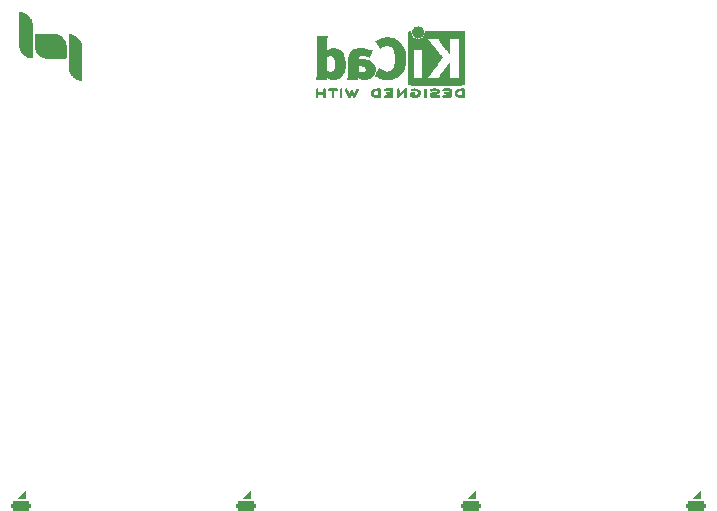
<source format=gbr>
%TF.GenerationSoftware,KiCad,Pcbnew,8.0.3*%
%TF.CreationDate,2024-10-21T20:57:23+02:00*%
%TF.ProjectId,trains_macropad,74726169-6e73-45f6-9d61-63726f706164,rev?*%
%TF.SameCoordinates,Original*%
%TF.FileFunction,Legend,Bot*%
%TF.FilePolarity,Positive*%
%FSLAX46Y46*%
G04 Gerber Fmt 4.6, Leading zero omitted, Abs format (unit mm)*
G04 Created by KiCad (PCBNEW 8.0.3) date 2024-10-21 20:57:23*
%MOMM*%
%LPD*%
G01*
G04 APERTURE LIST*
G04 Aperture macros list*
%AMRoundRect*
0 Rectangle with rounded corners*
0 $1 Rounding radius*
0 $2 $3 $4 $5 $6 $7 $8 $9 X,Y pos of 4 corners*
0 Add a 4 corners polygon primitive as box body*
4,1,4,$2,$3,$4,$5,$6,$7,$8,$9,$2,$3,0*
0 Add four circle primitives for the rounded corners*
1,1,$1+$1,$2,$3*
1,1,$1+$1,$4,$5*
1,1,$1+$1,$6,$7*
1,1,$1+$1,$8,$9*
0 Add four rect primitives between the rounded corners*
20,1,$1+$1,$2,$3,$4,$5,0*
20,1,$1+$1,$4,$5,$6,$7,0*
20,1,$1+$1,$6,$7,$8,$9,0*
20,1,$1+$1,$8,$9,$2,$3,0*%
G04 Aperture macros list end*
%ADD10C,0.010000*%
%ADD11C,0.000000*%
%ADD12C,0.100000*%
%ADD13C,0.800000*%
%ADD14C,6.400000*%
%ADD15C,1.524000*%
%ADD16R,1.600000X1.600000*%
%ADD17O,1.600000X1.600000*%
%ADD18O,2.000000X3.200000*%
%ADD19R,2.000000X2.000000*%
%ADD20C,2.000000*%
%ADD21R,2.550000X2.500000*%
%ADD22C,1.750000*%
%ADD23C,3.987800*%
%ADD24C,1.600000*%
%ADD25R,1.700000X1.700000*%
%ADD26O,1.700000X1.700000*%
%ADD27R,1.700000X0.820000*%
%ADD28RoundRect,0.205000X0.645000X0.205000X-0.645000X0.205000X-0.645000X-0.205000X0.645000X-0.205000X0*%
G04 APERTURE END LIST*
D10*
%TO.C,REF\u002A\u002A*%
X126955406Y-87974949D02*
X126981127Y-87990647D01*
X127007778Y-88012227D01*
X127007778Y-88659684D01*
X126981127Y-88681264D01*
X126949767Y-88698739D01*
X126913966Y-88699575D01*
X126882528Y-88679082D01*
X126878652Y-88674416D01*
X126873186Y-88664949D01*
X126868979Y-88651267D01*
X126865867Y-88630748D01*
X126863687Y-88600768D01*
X126862276Y-88558704D01*
X126861471Y-88501932D01*
X126861107Y-88427830D01*
X126861022Y-88333773D01*
X126861022Y-88012227D01*
X126887673Y-87990647D01*
X126911386Y-87975877D01*
X126934400Y-87969067D01*
X126955406Y-87974949D01*
G36*
X126955406Y-87974949D02*
G01*
X126981127Y-87990647D01*
X127007778Y-88012227D01*
X127007778Y-88659684D01*
X126981127Y-88681264D01*
X126949767Y-88698739D01*
X126913966Y-88699575D01*
X126882528Y-88679082D01*
X126878652Y-88674416D01*
X126873186Y-88664949D01*
X126868979Y-88651267D01*
X126865867Y-88630748D01*
X126863687Y-88600768D01*
X126862276Y-88558704D01*
X126861471Y-88501932D01*
X126861107Y-88427830D01*
X126861022Y-88333773D01*
X126861022Y-88012227D01*
X126887673Y-87990647D01*
X126911386Y-87975877D01*
X126934400Y-87969067D01*
X126955406Y-87974949D01*
G37*
X134086137Y-87973463D02*
X134120291Y-87996776D01*
X134148000Y-88024485D01*
X134148000Y-88337537D01*
X134147959Y-88421567D01*
X134147701Y-88495789D01*
X134147030Y-88552541D01*
X134145752Y-88594512D01*
X134143673Y-88624389D01*
X134140599Y-88644861D01*
X134136334Y-88658614D01*
X134130684Y-88668337D01*
X134123455Y-88676717D01*
X134091991Y-88698181D01*
X134056826Y-88699947D01*
X134023822Y-88680267D01*
X134018516Y-88674398D01*
X134013066Y-88665314D01*
X134008900Y-88651973D01*
X134005846Y-88631757D01*
X134003732Y-88602049D01*
X134002386Y-88560232D01*
X134001638Y-88503689D01*
X134001314Y-88429802D01*
X134001245Y-88335956D01*
X134001284Y-88260294D01*
X134001539Y-88182385D01*
X134002183Y-88122375D01*
X134003387Y-88077648D01*
X134005324Y-88045585D01*
X134008164Y-88023571D01*
X134012079Y-88008987D01*
X134017242Y-87999218D01*
X134023822Y-87991645D01*
X134053006Y-87972623D01*
X134086137Y-87973463D01*
G36*
X134086137Y-87973463D02*
G01*
X134120291Y-87996776D01*
X134148000Y-88024485D01*
X134148000Y-88337537D01*
X134147959Y-88421567D01*
X134147701Y-88495789D01*
X134147030Y-88552541D01*
X134145752Y-88594512D01*
X134143673Y-88624389D01*
X134140599Y-88644861D01*
X134136334Y-88658614D01*
X134130684Y-88668337D01*
X134123455Y-88676717D01*
X134091991Y-88698181D01*
X134056826Y-88699947D01*
X134023822Y-88680267D01*
X134018516Y-88674398D01*
X134013066Y-88665314D01*
X134008900Y-88651973D01*
X134005846Y-88631757D01*
X134003732Y-88602049D01*
X134002386Y-88560232D01*
X134001638Y-88503689D01*
X134001314Y-88429802D01*
X134001245Y-88335956D01*
X134001284Y-88260294D01*
X134001539Y-88182385D01*
X134002183Y-88122375D01*
X134003387Y-88077648D01*
X134005324Y-88045585D01*
X134008164Y-88023571D01*
X134012079Y-88008987D01*
X134017242Y-87999218D01*
X134023822Y-87991645D01*
X134053006Y-87972623D01*
X134086137Y-87973463D01*
G37*
X133554562Y-82732850D02*
X133637313Y-82760053D01*
X133712406Y-82805484D01*
X133784298Y-82871302D01*
X133822846Y-82915567D01*
X133862256Y-82973961D01*
X133887446Y-83034586D01*
X133900861Y-83103865D01*
X133904948Y-83188222D01*
X133904669Y-83234307D01*
X133902460Y-83275450D01*
X133896894Y-83307582D01*
X133886586Y-83338122D01*
X133870148Y-83374489D01*
X133856200Y-83401728D01*
X133797665Y-83487429D01*
X133725619Y-83556617D01*
X133641947Y-83607741D01*
X133548531Y-83639250D01*
X133515434Y-83646225D01*
X133474960Y-83653094D01*
X133441999Y-83654919D01*
X133407698Y-83651947D01*
X133363200Y-83644426D01*
X133311934Y-83632002D01*
X133221434Y-83594112D01*
X133142345Y-83539836D01*
X133076528Y-83471770D01*
X133025840Y-83392511D01*
X132992140Y-83304654D01*
X132977286Y-83210795D01*
X132983136Y-83113530D01*
X133009399Y-83017220D01*
X133054418Y-82928494D01*
X133115373Y-82853419D01*
X133190184Y-82793641D01*
X133276768Y-82750809D01*
X133373043Y-82726571D01*
X133476928Y-82722576D01*
X133554562Y-82732850D01*
G36*
X133554562Y-82732850D02*
G01*
X133637313Y-82760053D01*
X133712406Y-82805484D01*
X133784298Y-82871302D01*
X133822846Y-82915567D01*
X133862256Y-82973961D01*
X133887446Y-83034586D01*
X133900861Y-83103865D01*
X133904948Y-83188222D01*
X133904669Y-83234307D01*
X133902460Y-83275450D01*
X133896894Y-83307582D01*
X133886586Y-83338122D01*
X133870148Y-83374489D01*
X133856200Y-83401728D01*
X133797665Y-83487429D01*
X133725619Y-83556617D01*
X133641947Y-83607741D01*
X133548531Y-83639250D01*
X133515434Y-83646225D01*
X133474960Y-83653094D01*
X133441999Y-83654919D01*
X133407698Y-83651947D01*
X133363200Y-83644426D01*
X133311934Y-83632002D01*
X133221434Y-83594112D01*
X133142345Y-83539836D01*
X133076528Y-83471770D01*
X133025840Y-83392511D01*
X132992140Y-83304654D01*
X132977286Y-83210795D01*
X132983136Y-83113530D01*
X133009399Y-83017220D01*
X133054418Y-82928494D01*
X133115373Y-82853419D01*
X133190184Y-82793641D01*
X133276768Y-82750809D01*
X133373043Y-82726571D01*
X133476928Y-82722576D01*
X133554562Y-82732850D01*
G37*
X126255767Y-87969068D02*
X126349890Y-87969158D01*
X126424405Y-87969498D01*
X126481811Y-87970239D01*
X126524611Y-87971535D01*
X126555304Y-87973537D01*
X126576391Y-87976396D01*
X126590373Y-87980266D01*
X126599750Y-87985298D01*
X126607022Y-87991645D01*
X126625828Y-88024362D01*
X126627275Y-88061939D01*
X126610917Y-88095178D01*
X126609557Y-88096631D01*
X126598354Y-88104992D01*
X126581252Y-88110547D01*
X126554082Y-88113840D01*
X126512678Y-88115418D01*
X126452873Y-88115822D01*
X126313511Y-88115822D01*
X126313511Y-88379589D01*
X126313436Y-88455417D01*
X126313028Y-88522083D01*
X126312046Y-88571867D01*
X126310250Y-88607784D01*
X126307399Y-88632850D01*
X126303253Y-88650081D01*
X126297571Y-88662492D01*
X126290114Y-88673100D01*
X126287824Y-88675906D01*
X126256646Y-88698548D01*
X126222266Y-88700112D01*
X126189334Y-88680267D01*
X126182355Y-88672191D01*
X126176883Y-88661593D01*
X126172863Y-88645749D01*
X126170072Y-88621773D01*
X126168288Y-88586774D01*
X126167289Y-88537864D01*
X126166852Y-88472154D01*
X126166756Y-88386756D01*
X126166756Y-88115822D01*
X126020820Y-88115822D01*
X126009720Y-88115821D01*
X125953202Y-88115596D01*
X125914358Y-88114457D01*
X125888965Y-88111657D01*
X125872804Y-88106450D01*
X125861652Y-88098089D01*
X125851289Y-88085826D01*
X125835441Y-88055138D01*
X125838543Y-88021358D01*
X125864187Y-87988822D01*
X125869129Y-87985105D01*
X125879338Y-87980269D01*
X125894764Y-87976506D01*
X125917886Y-87973683D01*
X125951183Y-87971670D01*
X125997137Y-87970333D01*
X126058228Y-87969542D01*
X126136935Y-87969163D01*
X126235740Y-87969067D01*
X126255767Y-87969068D01*
G36*
X126255767Y-87969068D02*
G01*
X126349890Y-87969158D01*
X126424405Y-87969498D01*
X126481811Y-87970239D01*
X126524611Y-87971535D01*
X126555304Y-87973537D01*
X126576391Y-87976396D01*
X126590373Y-87980266D01*
X126599750Y-87985298D01*
X126607022Y-87991645D01*
X126625828Y-88024362D01*
X126627275Y-88061939D01*
X126610917Y-88095178D01*
X126609557Y-88096631D01*
X126598354Y-88104992D01*
X126581252Y-88110547D01*
X126554082Y-88113840D01*
X126512678Y-88115418D01*
X126452873Y-88115822D01*
X126313511Y-88115822D01*
X126313511Y-88379589D01*
X126313436Y-88455417D01*
X126313028Y-88522083D01*
X126312046Y-88571867D01*
X126310250Y-88607784D01*
X126307399Y-88632850D01*
X126303253Y-88650081D01*
X126297571Y-88662492D01*
X126290114Y-88673100D01*
X126287824Y-88675906D01*
X126256646Y-88698548D01*
X126222266Y-88700112D01*
X126189334Y-88680267D01*
X126182355Y-88672191D01*
X126176883Y-88661593D01*
X126172863Y-88645749D01*
X126170072Y-88621773D01*
X126168288Y-88586774D01*
X126167289Y-88537864D01*
X126166852Y-88472154D01*
X126166756Y-88386756D01*
X126166756Y-88115822D01*
X126020820Y-88115822D01*
X126009720Y-88115821D01*
X125953202Y-88115596D01*
X125914358Y-88114457D01*
X125888965Y-88111657D01*
X125872804Y-88106450D01*
X125861652Y-88098089D01*
X125851289Y-88085826D01*
X125835441Y-88055138D01*
X125838543Y-88021358D01*
X125864187Y-87988822D01*
X125869129Y-87985105D01*
X125879338Y-87980269D01*
X125894764Y-87976506D01*
X125917886Y-87973683D01*
X125951183Y-87971670D01*
X125997137Y-87970333D01*
X126058228Y-87969542D01*
X126136935Y-87969163D01*
X126235740Y-87969067D01*
X126255767Y-87969068D01*
G37*
X125579734Y-87991645D02*
X125585366Y-87997835D01*
X125590456Y-88006041D01*
X125594543Y-88017817D01*
X125597721Y-88035276D01*
X125600087Y-88060530D01*
X125601738Y-88095690D01*
X125602769Y-88142869D01*
X125603277Y-88204177D01*
X125603359Y-88281727D01*
X125603109Y-88377631D01*
X125602625Y-88494000D01*
X125602557Y-88508175D01*
X125601971Y-88569937D01*
X125600648Y-88613620D01*
X125598103Y-88643001D01*
X125593848Y-88661855D01*
X125587396Y-88673959D01*
X125578262Y-88683089D01*
X125544804Y-88700506D01*
X125509856Y-88697604D01*
X125478953Y-88673100D01*
X125469944Y-88659897D01*
X125462492Y-88641361D01*
X125458124Y-88615333D01*
X125456069Y-88576787D01*
X125455556Y-88520700D01*
X125455556Y-88398045D01*
X124958845Y-88398045D01*
X124958845Y-88532871D01*
X124958772Y-88568662D01*
X124958009Y-88614992D01*
X124955833Y-88645526D01*
X124951536Y-88664557D01*
X124944412Y-88676374D01*
X124933755Y-88685271D01*
X124901504Y-88700341D01*
X124866217Y-88697673D01*
X124835486Y-88673100D01*
X124830831Y-88666845D01*
X124824895Y-88656321D01*
X124820364Y-88642391D01*
X124817048Y-88622317D01*
X124814759Y-88593360D01*
X124813308Y-88552780D01*
X124812505Y-88497840D01*
X124812162Y-88425799D01*
X124812089Y-88333920D01*
X124812089Y-88024485D01*
X124839798Y-87996776D01*
X124871177Y-87974533D01*
X124904406Y-87971844D01*
X124936267Y-87991645D01*
X124944553Y-88001415D01*
X124951965Y-88017307D01*
X124956302Y-88041275D01*
X124958338Y-88078148D01*
X124958845Y-88132756D01*
X124958845Y-88251289D01*
X125455556Y-88251289D01*
X125455556Y-88135776D01*
X125455994Y-88084078D01*
X125457958Y-88049554D01*
X125462474Y-88026978D01*
X125470567Y-88011126D01*
X125483265Y-87996776D01*
X125514643Y-87974533D01*
X125547872Y-87971844D01*
X125579734Y-87991645D01*
G36*
X125579734Y-87991645D02*
G01*
X125585366Y-87997835D01*
X125590456Y-88006041D01*
X125594543Y-88017817D01*
X125597721Y-88035276D01*
X125600087Y-88060530D01*
X125601738Y-88095690D01*
X125602769Y-88142869D01*
X125603277Y-88204177D01*
X125603359Y-88281727D01*
X125603109Y-88377631D01*
X125602625Y-88494000D01*
X125602557Y-88508175D01*
X125601971Y-88569937D01*
X125600648Y-88613620D01*
X125598103Y-88643001D01*
X125593848Y-88661855D01*
X125587396Y-88673959D01*
X125578262Y-88683089D01*
X125544804Y-88700506D01*
X125509856Y-88697604D01*
X125478953Y-88673100D01*
X125469944Y-88659897D01*
X125462492Y-88641361D01*
X125458124Y-88615333D01*
X125456069Y-88576787D01*
X125455556Y-88520700D01*
X125455556Y-88398045D01*
X124958845Y-88398045D01*
X124958845Y-88532871D01*
X124958772Y-88568662D01*
X124958009Y-88614992D01*
X124955833Y-88645526D01*
X124951536Y-88664557D01*
X124944412Y-88676374D01*
X124933755Y-88685271D01*
X124901504Y-88700341D01*
X124866217Y-88697673D01*
X124835486Y-88673100D01*
X124830831Y-88666845D01*
X124824895Y-88656321D01*
X124820364Y-88642391D01*
X124817048Y-88622317D01*
X124814759Y-88593360D01*
X124813308Y-88552780D01*
X124812505Y-88497840D01*
X124812162Y-88425799D01*
X124812089Y-88333920D01*
X124812089Y-88024485D01*
X124839798Y-87996776D01*
X124871177Y-87974533D01*
X124904406Y-87971844D01*
X124936267Y-87991645D01*
X124944553Y-88001415D01*
X124951965Y-88017307D01*
X124956302Y-88041275D01*
X124958338Y-88078148D01*
X124958845Y-88132756D01*
X124958845Y-88251289D01*
X125455556Y-88251289D01*
X125455556Y-88135776D01*
X125455994Y-88084078D01*
X125457958Y-88049554D01*
X125462474Y-88026978D01*
X125470567Y-88011126D01*
X125483265Y-87996776D01*
X125514643Y-87974533D01*
X125547872Y-87971844D01*
X125579734Y-87991645D01*
G37*
X130285133Y-88580396D02*
X130283163Y-88613175D01*
X130280235Y-88636095D01*
X130276158Y-88651897D01*
X130270743Y-88663319D01*
X130263803Y-88673100D01*
X130240406Y-88702845D01*
X130074714Y-88702251D01*
X130039918Y-88701953D01*
X129941435Y-88698522D01*
X129860473Y-88690839D01*
X129793379Y-88678282D01*
X129736496Y-88660227D01*
X129686169Y-88636052D01*
X129682810Y-88634135D01*
X129624998Y-88597417D01*
X129582644Y-88560451D01*
X129549828Y-88516966D01*
X129520628Y-88460689D01*
X129516346Y-88451073D01*
X129493769Y-88387887D01*
X129488034Y-88342333D01*
X129637279Y-88342333D01*
X129642892Y-88367061D01*
X129648618Y-88382939D01*
X129681548Y-88442847D01*
X129728886Y-88488600D01*
X129792652Y-88521736D01*
X129874861Y-88543790D01*
X129877655Y-88544292D01*
X129923940Y-88550255D01*
X129980336Y-88554483D01*
X130035274Y-88556089D01*
X130129156Y-88556089D01*
X130129156Y-88115822D01*
X130041667Y-88116270D01*
X129974747Y-88118746D01*
X129882349Y-88129998D01*
X129803034Y-88149537D01*
X129741060Y-88176511D01*
X129710120Y-88197240D01*
X129682000Y-88227006D01*
X129658660Y-88269434D01*
X129651533Y-88285400D01*
X129639709Y-88317902D01*
X129637279Y-88342333D01*
X129488034Y-88342333D01*
X129486797Y-88332509D01*
X129495399Y-88277483D01*
X129519541Y-88215351D01*
X129520337Y-88213658D01*
X129560788Y-88144236D01*
X129611473Y-88087638D01*
X129674198Y-88043070D01*
X129750774Y-88009741D01*
X129843009Y-87986861D01*
X129952712Y-87973636D01*
X130081691Y-87969275D01*
X130085263Y-87969270D01*
X130145283Y-87969410D01*
X130187214Y-87970446D01*
X130215328Y-87973040D01*
X130233897Y-87977853D01*
X130247194Y-87985544D01*
X130259491Y-87996776D01*
X130287200Y-88024485D01*
X130287200Y-88333920D01*
X130287175Y-88395526D01*
X130286950Y-88474311D01*
X130286332Y-88535021D01*
X130285775Y-88556089D01*
X130285133Y-88580396D01*
G36*
X130285133Y-88580396D02*
G01*
X130283163Y-88613175D01*
X130280235Y-88636095D01*
X130276158Y-88651897D01*
X130270743Y-88663319D01*
X130263803Y-88673100D01*
X130240406Y-88702845D01*
X130074714Y-88702251D01*
X130039918Y-88701953D01*
X129941435Y-88698522D01*
X129860473Y-88690839D01*
X129793379Y-88678282D01*
X129736496Y-88660227D01*
X129686169Y-88636052D01*
X129682810Y-88634135D01*
X129624998Y-88597417D01*
X129582644Y-88560451D01*
X129549828Y-88516966D01*
X129520628Y-88460689D01*
X129516346Y-88451073D01*
X129493769Y-88387887D01*
X129488034Y-88342333D01*
X129637279Y-88342333D01*
X129642892Y-88367061D01*
X129648618Y-88382939D01*
X129681548Y-88442847D01*
X129728886Y-88488600D01*
X129792652Y-88521736D01*
X129874861Y-88543790D01*
X129877655Y-88544292D01*
X129923940Y-88550255D01*
X129980336Y-88554483D01*
X130035274Y-88556089D01*
X130129156Y-88556089D01*
X130129156Y-88115822D01*
X130041667Y-88116270D01*
X129974747Y-88118746D01*
X129882349Y-88129998D01*
X129803034Y-88149537D01*
X129741060Y-88176511D01*
X129710120Y-88197240D01*
X129682000Y-88227006D01*
X129658660Y-88269434D01*
X129651533Y-88285400D01*
X129639709Y-88317902D01*
X129637279Y-88342333D01*
X129488034Y-88342333D01*
X129486797Y-88332509D01*
X129495399Y-88277483D01*
X129519541Y-88215351D01*
X129520337Y-88213658D01*
X129560788Y-88144236D01*
X129611473Y-88087638D01*
X129674198Y-88043070D01*
X129750774Y-88009741D01*
X129843009Y-87986861D01*
X129952712Y-87973636D01*
X130081691Y-87969275D01*
X130085263Y-87969270D01*
X130145283Y-87969410D01*
X130187214Y-87970446D01*
X130215328Y-87973040D01*
X130233897Y-87977853D01*
X130247194Y-87985544D01*
X130259491Y-87996776D01*
X130287200Y-88024485D01*
X130287200Y-88333920D01*
X130287175Y-88395526D01*
X130286950Y-88474311D01*
X130286332Y-88535021D01*
X130285775Y-88556089D01*
X130285133Y-88580396D01*
G37*
X137376817Y-88154427D02*
X137376870Y-88235041D01*
X137376622Y-88335956D01*
X137376583Y-88411617D01*
X137376328Y-88489526D01*
X137375684Y-88549536D01*
X137374480Y-88594264D01*
X137372543Y-88626326D01*
X137369703Y-88648340D01*
X137365788Y-88662924D01*
X137360626Y-88672694D01*
X137354045Y-88680267D01*
X137347077Y-88686501D01*
X137334079Y-88693801D01*
X137314931Y-88698554D01*
X137285528Y-88701292D01*
X137241762Y-88702545D01*
X137179528Y-88702845D01*
X137130582Y-88702469D01*
X137023722Y-88698041D01*
X136934494Y-88687953D01*
X136859696Y-88671365D01*
X136796125Y-88647435D01*
X136740579Y-88615321D01*
X136689854Y-88574182D01*
X136683866Y-88568330D01*
X136646999Y-88519821D01*
X136615899Y-88459013D01*
X136594417Y-88394769D01*
X136589136Y-88356026D01*
X136736353Y-88356026D01*
X136754635Y-88406961D01*
X136784305Y-88452878D01*
X136831002Y-88495287D01*
X136892392Y-88525090D01*
X136971538Y-88544226D01*
X136973028Y-88544464D01*
X137021999Y-88550256D01*
X137080693Y-88554396D01*
X137136734Y-88556004D01*
X137229867Y-88556089D01*
X137229867Y-88115822D01*
X137153667Y-88115808D01*
X137150639Y-88115817D01*
X137099519Y-88117782D01*
X137039416Y-88122507D01*
X136982708Y-88129035D01*
X136932750Y-88138331D01*
X136857998Y-88164600D01*
X136800489Y-88203899D01*
X136758988Y-88256933D01*
X136737771Y-88308200D01*
X136736353Y-88356026D01*
X136589136Y-88356026D01*
X136586400Y-88335956D01*
X136587679Y-88314739D01*
X136599991Y-88257323D01*
X136622520Y-88197413D01*
X136651750Y-88143363D01*
X136684167Y-88103532D01*
X136703708Y-88086510D01*
X136758420Y-88047322D01*
X136818723Y-88017193D01*
X136887919Y-87995232D01*
X136969311Y-87980550D01*
X137066200Y-87972259D01*
X137181889Y-87969467D01*
X137221371Y-87969066D01*
X137267082Y-87968653D01*
X137302883Y-87970457D01*
X137329974Y-87976739D01*
X137349556Y-87989759D01*
X137362830Y-88011778D01*
X137370998Y-88045055D01*
X137375260Y-88091851D01*
X137375857Y-88115822D01*
X137376817Y-88154427D01*
G36*
X137376817Y-88154427D02*
G01*
X137376870Y-88235041D01*
X137376622Y-88335956D01*
X137376583Y-88411617D01*
X137376328Y-88489526D01*
X137375684Y-88549536D01*
X137374480Y-88594264D01*
X137372543Y-88626326D01*
X137369703Y-88648340D01*
X137365788Y-88662924D01*
X137360626Y-88672694D01*
X137354045Y-88680267D01*
X137347077Y-88686501D01*
X137334079Y-88693801D01*
X137314931Y-88698554D01*
X137285528Y-88701292D01*
X137241762Y-88702545D01*
X137179528Y-88702845D01*
X137130582Y-88702469D01*
X137023722Y-88698041D01*
X136934494Y-88687953D01*
X136859696Y-88671365D01*
X136796125Y-88647435D01*
X136740579Y-88615321D01*
X136689854Y-88574182D01*
X136683866Y-88568330D01*
X136646999Y-88519821D01*
X136615899Y-88459013D01*
X136594417Y-88394769D01*
X136589136Y-88356026D01*
X136736353Y-88356026D01*
X136754635Y-88406961D01*
X136784305Y-88452878D01*
X136831002Y-88495287D01*
X136892392Y-88525090D01*
X136971538Y-88544226D01*
X136973028Y-88544464D01*
X137021999Y-88550256D01*
X137080693Y-88554396D01*
X137136734Y-88556004D01*
X137229867Y-88556089D01*
X137229867Y-88115822D01*
X137153667Y-88115808D01*
X137150639Y-88115817D01*
X137099519Y-88117782D01*
X137039416Y-88122507D01*
X136982708Y-88129035D01*
X136932750Y-88138331D01*
X136857998Y-88164600D01*
X136800489Y-88203899D01*
X136758988Y-88256933D01*
X136737771Y-88308200D01*
X136736353Y-88356026D01*
X136589136Y-88356026D01*
X136586400Y-88335956D01*
X136587679Y-88314739D01*
X136599991Y-88257323D01*
X136622520Y-88197413D01*
X136651750Y-88143363D01*
X136684167Y-88103532D01*
X136703708Y-88086510D01*
X136758420Y-88047322D01*
X136818723Y-88017193D01*
X136887919Y-87995232D01*
X136969311Y-87980550D01*
X137066200Y-87972259D01*
X137181889Y-87969467D01*
X137221371Y-87969066D01*
X137267082Y-87968653D01*
X137302883Y-87970457D01*
X137329974Y-87976739D01*
X137349556Y-87989759D01*
X137362830Y-88011778D01*
X137370998Y-88045055D01*
X137375260Y-88091851D01*
X137375857Y-88115822D01*
X137376817Y-88154427D01*
G37*
X132431893Y-87967892D02*
X132443301Y-87974029D01*
X132453850Y-87984691D01*
X132465136Y-87998811D01*
X132469589Y-88004772D01*
X132475588Y-88015268D01*
X132480167Y-88029093D01*
X132483519Y-88048998D01*
X132485833Y-88077732D01*
X132487301Y-88118045D01*
X132488113Y-88172687D01*
X132488460Y-88244407D01*
X132488534Y-88335956D01*
X132488511Y-88394486D01*
X132488292Y-88473573D01*
X132487683Y-88534516D01*
X132486492Y-88580062D01*
X132484529Y-88612963D01*
X132481603Y-88635968D01*
X132477523Y-88651826D01*
X132472097Y-88663286D01*
X132465136Y-88673100D01*
X132434708Y-88697493D01*
X132399765Y-88700372D01*
X132362784Y-88681282D01*
X132358600Y-88677807D01*
X132350424Y-88669279D01*
X132344364Y-88657728D01*
X132339981Y-88639896D01*
X132336839Y-88612524D01*
X132334502Y-88572354D01*
X132332531Y-88516128D01*
X132330489Y-88440589D01*
X132324845Y-88221458D01*
X132059556Y-88462099D01*
X131985722Y-88528875D01*
X131920542Y-88586991D01*
X131868348Y-88631949D01*
X131827273Y-88664871D01*
X131795455Y-88686879D01*
X131771026Y-88699094D01*
X131752124Y-88702639D01*
X131736883Y-88698636D01*
X131723439Y-88688207D01*
X131709927Y-88672474D01*
X131703682Y-88663991D01*
X131698050Y-88653413D01*
X131693839Y-88639255D01*
X131690887Y-88618803D01*
X131689032Y-88589342D01*
X131688113Y-88548161D01*
X131687968Y-88492544D01*
X131688435Y-88419779D01*
X131689352Y-88327151D01*
X131692667Y-88012199D01*
X131719318Y-87990633D01*
X131745383Y-87974441D01*
X131778241Y-87971670D01*
X131812772Y-87990623D01*
X131817084Y-87994208D01*
X131825216Y-88002737D01*
X131831245Y-88014329D01*
X131835606Y-88032235D01*
X131838734Y-88059706D01*
X131841063Y-88099994D01*
X131843029Y-88156351D01*
X131845067Y-88232029D01*
X131850711Y-88451878D01*
X132031334Y-88288084D01*
X132118072Y-88209451D01*
X132193843Y-88141058D01*
X132255980Y-88085708D01*
X132306078Y-88042338D01*
X132345735Y-88009881D01*
X132376548Y-87987273D01*
X132400114Y-87973448D01*
X132418030Y-87967343D01*
X132431893Y-87967892D01*
G36*
X132431893Y-87967892D02*
G01*
X132443301Y-87974029D01*
X132453850Y-87984691D01*
X132465136Y-87998811D01*
X132469589Y-88004772D01*
X132475588Y-88015268D01*
X132480167Y-88029093D01*
X132483519Y-88048998D01*
X132485833Y-88077732D01*
X132487301Y-88118045D01*
X132488113Y-88172687D01*
X132488460Y-88244407D01*
X132488534Y-88335956D01*
X132488511Y-88394486D01*
X132488292Y-88473573D01*
X132487683Y-88534516D01*
X132486492Y-88580062D01*
X132484529Y-88612963D01*
X132481603Y-88635968D01*
X132477523Y-88651826D01*
X132472097Y-88663286D01*
X132465136Y-88673100D01*
X132434708Y-88697493D01*
X132399765Y-88700372D01*
X132362784Y-88681282D01*
X132358600Y-88677807D01*
X132350424Y-88669279D01*
X132344364Y-88657728D01*
X132339981Y-88639896D01*
X132336839Y-88612524D01*
X132334502Y-88572354D01*
X132332531Y-88516128D01*
X132330489Y-88440589D01*
X132324845Y-88221458D01*
X132059556Y-88462099D01*
X131985722Y-88528875D01*
X131920542Y-88586991D01*
X131868348Y-88631949D01*
X131827273Y-88664871D01*
X131795455Y-88686879D01*
X131771026Y-88699094D01*
X131752124Y-88702639D01*
X131736883Y-88698636D01*
X131723439Y-88688207D01*
X131709927Y-88672474D01*
X131703682Y-88663991D01*
X131698050Y-88653413D01*
X131693839Y-88639255D01*
X131690887Y-88618803D01*
X131689032Y-88589342D01*
X131688113Y-88548161D01*
X131687968Y-88492544D01*
X131688435Y-88419779D01*
X131689352Y-88327151D01*
X131692667Y-88012199D01*
X131719318Y-87990633D01*
X131745383Y-87974441D01*
X131778241Y-87971670D01*
X131812772Y-87990623D01*
X131817084Y-87994208D01*
X131825216Y-88002737D01*
X131831245Y-88014329D01*
X131835606Y-88032235D01*
X131838734Y-88059706D01*
X131841063Y-88099994D01*
X131843029Y-88156351D01*
X131845067Y-88232029D01*
X131850711Y-88451878D01*
X132031334Y-88288084D01*
X132118072Y-88209451D01*
X132193843Y-88141058D01*
X132255980Y-88085708D01*
X132306078Y-88042338D01*
X132345735Y-88009881D01*
X132376548Y-87987273D01*
X132400114Y-87973448D01*
X132418030Y-87967343D01*
X132431893Y-87967892D01*
G37*
X133229150Y-87974179D02*
X133335157Y-87990494D01*
X133428969Y-88018545D01*
X133507765Y-88057452D01*
X133568719Y-88106334D01*
X133594789Y-88139195D01*
X133624297Y-88188394D01*
X133649568Y-88242252D01*
X133667218Y-88293419D01*
X133673858Y-88334544D01*
X133672298Y-88354259D01*
X133659357Y-88405592D01*
X133636194Y-88462118D01*
X133606302Y-88516035D01*
X133573173Y-88559539D01*
X133562977Y-88569887D01*
X133495892Y-88621662D01*
X133415766Y-88661554D01*
X133329556Y-88685956D01*
X133274592Y-88694068D01*
X133181139Y-88700673D01*
X133091358Y-88698586D01*
X133008869Y-88688340D01*
X132937286Y-88670470D01*
X132880228Y-88645508D01*
X132841311Y-88613988D01*
X132839936Y-88612012D01*
X132832848Y-88586786D01*
X132828609Y-88539535D01*
X132827200Y-88470071D01*
X132828060Y-88407838D01*
X132832780Y-88360456D01*
X132844470Y-88328353D01*
X132866239Y-88308800D01*
X132901198Y-88299070D01*
X132952456Y-88296433D01*
X133023123Y-88298161D01*
X133071743Y-88301173D01*
X133121939Y-88309366D01*
X133154433Y-88323419D01*
X133171892Y-88344654D01*
X133176983Y-88374394D01*
X133176877Y-88378936D01*
X133168175Y-88413730D01*
X133144165Y-88437147D01*
X133102900Y-88450347D01*
X133042431Y-88454489D01*
X132973956Y-88454489D01*
X132973956Y-88492841D01*
X132974006Y-88501976D01*
X132976227Y-88519227D01*
X132985494Y-88529521D01*
X133006875Y-88536459D01*
X133045436Y-88543641D01*
X133050910Y-88544575D01*
X133147860Y-88554478D01*
X133237852Y-88551559D01*
X133318760Y-88536829D01*
X133388459Y-88511299D01*
X133444824Y-88475978D01*
X133485729Y-88431879D01*
X133509051Y-88380012D01*
X133512663Y-88321388D01*
X133507145Y-88292494D01*
X133480461Y-88236604D01*
X133434273Y-88190945D01*
X133369291Y-88156108D01*
X133286229Y-88132690D01*
X133261555Y-88128241D01*
X133172226Y-88117742D01*
X133092419Y-88118971D01*
X133014326Y-88131906D01*
X132979183Y-88138696D01*
X132933745Y-88139713D01*
X132902430Y-88127182D01*
X132882277Y-88100395D01*
X132875893Y-88072148D01*
X132885379Y-88040924D01*
X132894708Y-88027499D01*
X132928943Y-88003967D01*
X132981565Y-87986095D01*
X133050081Y-87974599D01*
X133132000Y-87970192D01*
X133229150Y-87974179D01*
G36*
X133229150Y-87974179D02*
G01*
X133335157Y-87990494D01*
X133428969Y-88018545D01*
X133507765Y-88057452D01*
X133568719Y-88106334D01*
X133594789Y-88139195D01*
X133624297Y-88188394D01*
X133649568Y-88242252D01*
X133667218Y-88293419D01*
X133673858Y-88334544D01*
X133672298Y-88354259D01*
X133659357Y-88405592D01*
X133636194Y-88462118D01*
X133606302Y-88516035D01*
X133573173Y-88559539D01*
X133562977Y-88569887D01*
X133495892Y-88621662D01*
X133415766Y-88661554D01*
X133329556Y-88685956D01*
X133274592Y-88694068D01*
X133181139Y-88700673D01*
X133091358Y-88698586D01*
X133008869Y-88688340D01*
X132937286Y-88670470D01*
X132880228Y-88645508D01*
X132841311Y-88613988D01*
X132839936Y-88612012D01*
X132832848Y-88586786D01*
X132828609Y-88539535D01*
X132827200Y-88470071D01*
X132828060Y-88407838D01*
X132832780Y-88360456D01*
X132844470Y-88328353D01*
X132866239Y-88308800D01*
X132901198Y-88299070D01*
X132952456Y-88296433D01*
X133023123Y-88298161D01*
X133071743Y-88301173D01*
X133121939Y-88309366D01*
X133154433Y-88323419D01*
X133171892Y-88344654D01*
X133176983Y-88374394D01*
X133176877Y-88378936D01*
X133168175Y-88413730D01*
X133144165Y-88437147D01*
X133102900Y-88450347D01*
X133042431Y-88454489D01*
X132973956Y-88454489D01*
X132973956Y-88492841D01*
X132974006Y-88501976D01*
X132976227Y-88519227D01*
X132985494Y-88529521D01*
X133006875Y-88536459D01*
X133045436Y-88543641D01*
X133050910Y-88544575D01*
X133147860Y-88554478D01*
X133237852Y-88551559D01*
X133318760Y-88536829D01*
X133388459Y-88511299D01*
X133444824Y-88475978D01*
X133485729Y-88431879D01*
X133509051Y-88380012D01*
X133512663Y-88321388D01*
X133507145Y-88292494D01*
X133480461Y-88236604D01*
X133434273Y-88190945D01*
X133369291Y-88156108D01*
X133286229Y-88132690D01*
X133261555Y-88128241D01*
X133172226Y-88117742D01*
X133092419Y-88118971D01*
X133014326Y-88131906D01*
X132979183Y-88138696D01*
X132933745Y-88139713D01*
X132902430Y-88127182D01*
X132882277Y-88100395D01*
X132875893Y-88072148D01*
X132885379Y-88040924D01*
X132894708Y-88027499D01*
X132928943Y-88003967D01*
X132981565Y-87986095D01*
X133050081Y-87974599D01*
X133132000Y-87970192D01*
X133229150Y-87974179D01*
G37*
X131279803Y-87998811D02*
X131284752Y-88005495D01*
X131290596Y-88016066D01*
X131295057Y-88030153D01*
X131298321Y-88050478D01*
X131300574Y-88079765D01*
X131302002Y-88120737D01*
X131302792Y-88176117D01*
X131303129Y-88248628D01*
X131303200Y-88340994D01*
X131303171Y-88406911D01*
X131302939Y-88485228D01*
X131302319Y-88545496D01*
X131301126Y-88590393D01*
X131299179Y-88622602D01*
X131296294Y-88644800D01*
X131292288Y-88659669D01*
X131286979Y-88669889D01*
X131280183Y-88678138D01*
X131275668Y-88682795D01*
X131267438Y-88689282D01*
X131256078Y-88694194D01*
X131238810Y-88697749D01*
X131212855Y-88700167D01*
X131175436Y-88701667D01*
X131123773Y-88702467D01*
X131055089Y-88702787D01*
X130966606Y-88702845D01*
X130946931Y-88702838D01*
X130859906Y-88702572D01*
X130792254Y-88701806D01*
X130741299Y-88700392D01*
X130704367Y-88698180D01*
X130678783Y-88695022D01*
X130661871Y-88690769D01*
X130650957Y-88685271D01*
X130640464Y-88675285D01*
X130627203Y-88644168D01*
X130628386Y-88608280D01*
X130644550Y-88576733D01*
X130646739Y-88574457D01*
X130655427Y-88568189D01*
X130668769Y-88563523D01*
X130689752Y-88560227D01*
X130721363Y-88558068D01*
X130766590Y-88556814D01*
X130828420Y-88556231D01*
X130909839Y-88556089D01*
X131156445Y-88556089D01*
X131156445Y-88398045D01*
X130994006Y-88398045D01*
X130958338Y-88397964D01*
X130902568Y-88397167D01*
X130863430Y-88395162D01*
X130836976Y-88391521D01*
X130819259Y-88385812D01*
X130806329Y-88377607D01*
X130802686Y-88374423D01*
X130784278Y-88343448D01*
X130783644Y-88307112D01*
X130801183Y-88273493D01*
X130801245Y-88273424D01*
X130810916Y-88264798D01*
X130824209Y-88258742D01*
X130844917Y-88254811D01*
X130876828Y-88252556D01*
X130923734Y-88251531D01*
X130989424Y-88251289D01*
X131157571Y-88251289D01*
X131154186Y-88186378D01*
X131150800Y-88121467D01*
X130908723Y-88118414D01*
X130883707Y-88118086D01*
X130802087Y-88116606D01*
X130739768Y-88114222D01*
X130694154Y-88110227D01*
X130662652Y-88103913D01*
X130642667Y-88094574D01*
X130631604Y-88081503D01*
X130626869Y-88063992D01*
X130625867Y-88041335D01*
X130625873Y-88038970D01*
X130627027Y-88018939D01*
X130631824Y-88003146D01*
X130642632Y-87991090D01*
X130661817Y-87982267D01*
X130691745Y-87976175D01*
X130734783Y-87972311D01*
X130793299Y-87970174D01*
X130869657Y-87969260D01*
X130966226Y-87969067D01*
X131256406Y-87969067D01*
X131279803Y-87998811D01*
G36*
X131279803Y-87998811D02*
G01*
X131284752Y-88005495D01*
X131290596Y-88016066D01*
X131295057Y-88030153D01*
X131298321Y-88050478D01*
X131300574Y-88079765D01*
X131302002Y-88120737D01*
X131302792Y-88176117D01*
X131303129Y-88248628D01*
X131303200Y-88340994D01*
X131303171Y-88406911D01*
X131302939Y-88485228D01*
X131302319Y-88545496D01*
X131301126Y-88590393D01*
X131299179Y-88622602D01*
X131296294Y-88644800D01*
X131292288Y-88659669D01*
X131286979Y-88669889D01*
X131280183Y-88678138D01*
X131275668Y-88682795D01*
X131267438Y-88689282D01*
X131256078Y-88694194D01*
X131238810Y-88697749D01*
X131212855Y-88700167D01*
X131175436Y-88701667D01*
X131123773Y-88702467D01*
X131055089Y-88702787D01*
X130966606Y-88702845D01*
X130946931Y-88702838D01*
X130859906Y-88702572D01*
X130792254Y-88701806D01*
X130741299Y-88700392D01*
X130704367Y-88698180D01*
X130678783Y-88695022D01*
X130661871Y-88690769D01*
X130650957Y-88685271D01*
X130640464Y-88675285D01*
X130627203Y-88644168D01*
X130628386Y-88608280D01*
X130644550Y-88576733D01*
X130646739Y-88574457D01*
X130655427Y-88568189D01*
X130668769Y-88563523D01*
X130689752Y-88560227D01*
X130721363Y-88558068D01*
X130766590Y-88556814D01*
X130828420Y-88556231D01*
X130909839Y-88556089D01*
X131156445Y-88556089D01*
X131156445Y-88398045D01*
X130994006Y-88398045D01*
X130958338Y-88397964D01*
X130902568Y-88397167D01*
X130863430Y-88395162D01*
X130836976Y-88391521D01*
X130819259Y-88385812D01*
X130806329Y-88377607D01*
X130802686Y-88374423D01*
X130784278Y-88343448D01*
X130783644Y-88307112D01*
X130801183Y-88273493D01*
X130801245Y-88273424D01*
X130810916Y-88264798D01*
X130824209Y-88258742D01*
X130844917Y-88254811D01*
X130876828Y-88252556D01*
X130923734Y-88251531D01*
X130989424Y-88251289D01*
X131157571Y-88251289D01*
X131154186Y-88186378D01*
X131150800Y-88121467D01*
X130908723Y-88118414D01*
X130883707Y-88118086D01*
X130802087Y-88116606D01*
X130739768Y-88114222D01*
X130694154Y-88110227D01*
X130662652Y-88103913D01*
X130642667Y-88094574D01*
X130631604Y-88081503D01*
X130626869Y-88063992D01*
X130625867Y-88041335D01*
X130625873Y-88038970D01*
X130627027Y-88018939D01*
X130631824Y-88003146D01*
X130642632Y-87991090D01*
X130661817Y-87982267D01*
X130691745Y-87976175D01*
X130734783Y-87972311D01*
X130793299Y-87970174D01*
X130869657Y-87969260D01*
X130966226Y-87969067D01*
X131256406Y-87969067D01*
X131279803Y-87998811D01*
G37*
X135956734Y-87969083D02*
X136033831Y-87969275D01*
X136092777Y-87969860D01*
X136136364Y-87971051D01*
X136167383Y-87973064D01*
X136188625Y-87976112D01*
X136202882Y-87980409D01*
X136212945Y-87986172D01*
X136221606Y-87993612D01*
X136223391Y-87995293D01*
X136230635Y-88002832D01*
X136236277Y-88011850D01*
X136240517Y-88024984D01*
X136243556Y-88044872D01*
X136245594Y-88074151D01*
X136246830Y-88115458D01*
X136247465Y-88171431D01*
X136247700Y-88244707D01*
X136247734Y-88337923D01*
X136247697Y-88410713D01*
X136247448Y-88488889D01*
X136246812Y-88549103D01*
X136245615Y-88593982D01*
X136243684Y-88626152D01*
X136240846Y-88648239D01*
X136236927Y-88662870D01*
X136231755Y-88672670D01*
X136225156Y-88680267D01*
X136221822Y-88683444D01*
X136213300Y-88689554D01*
X136201298Y-88694229D01*
X136183087Y-88697659D01*
X136155940Y-88700036D01*
X136117129Y-88701552D01*
X136063924Y-88702398D01*
X135993598Y-88702765D01*
X135903422Y-88702845D01*
X135861314Y-88702833D01*
X135780167Y-88702651D01*
X135717675Y-88702098D01*
X135671109Y-88700982D01*
X135637741Y-88699113D01*
X135614844Y-88696298D01*
X135599688Y-88692346D01*
X135589546Y-88687066D01*
X135581689Y-88680267D01*
X135566963Y-88658667D01*
X135559111Y-88629467D01*
X135564610Y-88605560D01*
X135581689Y-88578667D01*
X135586668Y-88574059D01*
X135596443Y-88567772D01*
X135610559Y-88563146D01*
X135632054Y-88559930D01*
X135663968Y-88557870D01*
X135709342Y-88556712D01*
X135771213Y-88556202D01*
X135852622Y-88556089D01*
X136100978Y-88556089D01*
X136100978Y-88398045D01*
X135939801Y-88398045D01*
X135903983Y-88397899D01*
X135838359Y-88396176D01*
X135791118Y-88391741D01*
X135759383Y-88383637D01*
X135740277Y-88370906D01*
X135730923Y-88352592D01*
X135728445Y-88327738D01*
X135729242Y-88307482D01*
X135734494Y-88285656D01*
X135747288Y-88270304D01*
X135770628Y-88260309D01*
X135807517Y-88254553D01*
X135860959Y-88251919D01*
X135933958Y-88251289D01*
X136102105Y-88251289D01*
X136098719Y-88186378D01*
X136095334Y-88121467D01*
X135847617Y-88118418D01*
X135785026Y-88117539D01*
X135716565Y-88116095D01*
X135665661Y-88114164D01*
X135629408Y-88111514D01*
X135604901Y-88107910D01*
X135589235Y-88103121D01*
X135579506Y-88096913D01*
X135573491Y-88090510D01*
X135560482Y-88058828D01*
X135564043Y-88023142D01*
X135583818Y-87992084D01*
X135587069Y-87989161D01*
X135596049Y-87982810D01*
X135608153Y-87977957D01*
X135626159Y-87974403D01*
X135652847Y-87971946D01*
X135690997Y-87970385D01*
X135743386Y-87969518D01*
X135812794Y-87969146D01*
X135902001Y-87969067D01*
X135956734Y-87969083D01*
G36*
X135956734Y-87969083D02*
G01*
X136033831Y-87969275D01*
X136092777Y-87969860D01*
X136136364Y-87971051D01*
X136167383Y-87973064D01*
X136188625Y-87976112D01*
X136202882Y-87980409D01*
X136212945Y-87986172D01*
X136221606Y-87993612D01*
X136223391Y-87995293D01*
X136230635Y-88002832D01*
X136236277Y-88011850D01*
X136240517Y-88024984D01*
X136243556Y-88044872D01*
X136245594Y-88074151D01*
X136246830Y-88115458D01*
X136247465Y-88171431D01*
X136247700Y-88244707D01*
X136247734Y-88337923D01*
X136247697Y-88410713D01*
X136247448Y-88488889D01*
X136246812Y-88549103D01*
X136245615Y-88593982D01*
X136243684Y-88626152D01*
X136240846Y-88648239D01*
X136236927Y-88662870D01*
X136231755Y-88672670D01*
X136225156Y-88680267D01*
X136221822Y-88683444D01*
X136213300Y-88689554D01*
X136201298Y-88694229D01*
X136183087Y-88697659D01*
X136155940Y-88700036D01*
X136117129Y-88701552D01*
X136063924Y-88702398D01*
X135993598Y-88702765D01*
X135903422Y-88702845D01*
X135861314Y-88702833D01*
X135780167Y-88702651D01*
X135717675Y-88702098D01*
X135671109Y-88700982D01*
X135637741Y-88699113D01*
X135614844Y-88696298D01*
X135599688Y-88692346D01*
X135589546Y-88687066D01*
X135581689Y-88680267D01*
X135566963Y-88658667D01*
X135559111Y-88629467D01*
X135564610Y-88605560D01*
X135581689Y-88578667D01*
X135586668Y-88574059D01*
X135596443Y-88567772D01*
X135610559Y-88563146D01*
X135632054Y-88559930D01*
X135663968Y-88557870D01*
X135709342Y-88556712D01*
X135771213Y-88556202D01*
X135852622Y-88556089D01*
X136100978Y-88556089D01*
X136100978Y-88398045D01*
X135939801Y-88398045D01*
X135903983Y-88397899D01*
X135838359Y-88396176D01*
X135791118Y-88391741D01*
X135759383Y-88383637D01*
X135740277Y-88370906D01*
X135730923Y-88352592D01*
X135728445Y-88327738D01*
X135729242Y-88307482D01*
X135734494Y-88285656D01*
X135747288Y-88270304D01*
X135770628Y-88260309D01*
X135807517Y-88254553D01*
X135860959Y-88251919D01*
X135933958Y-88251289D01*
X136102105Y-88251289D01*
X136098719Y-88186378D01*
X136095334Y-88121467D01*
X135847617Y-88118418D01*
X135785026Y-88117539D01*
X135716565Y-88116095D01*
X135665661Y-88114164D01*
X135629408Y-88111514D01*
X135604901Y-88107910D01*
X135589235Y-88103121D01*
X135579506Y-88096913D01*
X135573491Y-88090510D01*
X135560482Y-88058828D01*
X135564043Y-88023142D01*
X135583818Y-87992084D01*
X135587069Y-87989161D01*
X135596049Y-87982810D01*
X135608153Y-87977957D01*
X135626159Y-87974403D01*
X135652847Y-87971946D01*
X135690997Y-87970385D01*
X135743386Y-87969518D01*
X135812794Y-87969146D01*
X135902001Y-87969067D01*
X135956734Y-87969083D01*
G37*
X127389702Y-87978478D02*
X127407663Y-87996989D01*
X127428263Y-88028071D01*
X127453095Y-88073756D01*
X127483750Y-88136078D01*
X127521820Y-88217071D01*
X127536454Y-88248454D01*
X127566203Y-88311638D01*
X127592297Y-88366244D01*
X127613292Y-88409290D01*
X127627739Y-88437793D01*
X127634191Y-88448770D01*
X127635550Y-88448189D01*
X127645542Y-88434242D01*
X127662833Y-88404704D01*
X127685430Y-88363087D01*
X127711338Y-88312903D01*
X127727311Y-88281414D01*
X127756261Y-88226061D01*
X127778749Y-88187044D01*
X127796965Y-88161566D01*
X127813096Y-88146831D01*
X127829330Y-88140042D01*
X127847857Y-88138400D01*
X127858360Y-88138875D01*
X127874476Y-88143082D01*
X127889790Y-88153946D01*
X127906388Y-88174219D01*
X127926357Y-88206654D01*
X127951783Y-88254004D01*
X127984752Y-88319022D01*
X127994485Y-88338277D01*
X128018943Y-88384946D01*
X128039178Y-88421109D01*
X128053311Y-88443497D01*
X128059460Y-88448845D01*
X128060827Y-88445573D01*
X128070202Y-88424664D01*
X128087062Y-88387725D01*
X128109979Y-88337874D01*
X128137520Y-88278226D01*
X128168255Y-88211898D01*
X128194970Y-88154677D01*
X128224593Y-88092688D01*
X128247664Y-88046949D01*
X128265643Y-88014908D01*
X128279990Y-87994014D01*
X128292166Y-87981718D01*
X128303632Y-87975466D01*
X128313042Y-87972574D01*
X128338147Y-87972425D01*
X128365290Y-87987768D01*
X128366590Y-87988753D01*
X128388674Y-88011388D01*
X128399723Y-88033613D01*
X128399769Y-88034253D01*
X128395228Y-88051915D01*
X128382364Y-88086481D01*
X128362605Y-88134826D01*
X128337381Y-88193825D01*
X128308119Y-88260355D01*
X128276250Y-88331291D01*
X128243201Y-88403507D01*
X128210401Y-88473880D01*
X128179280Y-88539285D01*
X128151265Y-88596597D01*
X128127786Y-88642692D01*
X128110272Y-88674446D01*
X128100151Y-88688733D01*
X128065743Y-88702102D01*
X128024046Y-88695741D01*
X128018681Y-88691044D01*
X128002852Y-88668893D01*
X127980650Y-88632132D01*
X127954233Y-88584415D01*
X127925760Y-88529393D01*
X127845986Y-88370150D01*
X127772799Y-88516742D01*
X127763103Y-88536032D01*
X127736125Y-88588380D01*
X127712096Y-88633170D01*
X127693332Y-88666154D01*
X127682146Y-88683089D01*
X127681000Y-88684332D01*
X127652879Y-88699619D01*
X127617817Y-88701302D01*
X127586776Y-88688733D01*
X127584350Y-88685884D01*
X127572090Y-88665259D01*
X127552352Y-88627708D01*
X127526448Y-88575880D01*
X127495685Y-88512423D01*
X127461375Y-88439985D01*
X127424825Y-88361216D01*
X127404585Y-88317093D01*
X127367812Y-88236365D01*
X127339355Y-88172687D01*
X127318331Y-88123752D01*
X127303854Y-88087257D01*
X127295039Y-88060895D01*
X127291004Y-88042361D01*
X127290862Y-88029352D01*
X127293730Y-88019561D01*
X127308387Y-87998678D01*
X127334990Y-87978377D01*
X127335745Y-87978035D01*
X127355335Y-87971034D01*
X127372790Y-87970504D01*
X127389702Y-87978478D01*
G36*
X127389702Y-87978478D02*
G01*
X127407663Y-87996989D01*
X127428263Y-88028071D01*
X127453095Y-88073756D01*
X127483750Y-88136078D01*
X127521820Y-88217071D01*
X127536454Y-88248454D01*
X127566203Y-88311638D01*
X127592297Y-88366244D01*
X127613292Y-88409290D01*
X127627739Y-88437793D01*
X127634191Y-88448770D01*
X127635550Y-88448189D01*
X127645542Y-88434242D01*
X127662833Y-88404704D01*
X127685430Y-88363087D01*
X127711338Y-88312903D01*
X127727311Y-88281414D01*
X127756261Y-88226061D01*
X127778749Y-88187044D01*
X127796965Y-88161566D01*
X127813096Y-88146831D01*
X127829330Y-88140042D01*
X127847857Y-88138400D01*
X127858360Y-88138875D01*
X127874476Y-88143082D01*
X127889790Y-88153946D01*
X127906388Y-88174219D01*
X127926357Y-88206654D01*
X127951783Y-88254004D01*
X127984752Y-88319022D01*
X127994485Y-88338277D01*
X128018943Y-88384946D01*
X128039178Y-88421109D01*
X128053311Y-88443497D01*
X128059460Y-88448845D01*
X128060827Y-88445573D01*
X128070202Y-88424664D01*
X128087062Y-88387725D01*
X128109979Y-88337874D01*
X128137520Y-88278226D01*
X128168255Y-88211898D01*
X128194970Y-88154677D01*
X128224593Y-88092688D01*
X128247664Y-88046949D01*
X128265643Y-88014908D01*
X128279990Y-87994014D01*
X128292166Y-87981718D01*
X128303632Y-87975466D01*
X128313042Y-87972574D01*
X128338147Y-87972425D01*
X128365290Y-87987768D01*
X128366590Y-87988753D01*
X128388674Y-88011388D01*
X128399723Y-88033613D01*
X128399769Y-88034253D01*
X128395228Y-88051915D01*
X128382364Y-88086481D01*
X128362605Y-88134826D01*
X128337381Y-88193825D01*
X128308119Y-88260355D01*
X128276250Y-88331291D01*
X128243201Y-88403507D01*
X128210401Y-88473880D01*
X128179280Y-88539285D01*
X128151265Y-88596597D01*
X128127786Y-88642692D01*
X128110272Y-88674446D01*
X128100151Y-88688733D01*
X128065743Y-88702102D01*
X128024046Y-88695741D01*
X128018681Y-88691044D01*
X128002852Y-88668893D01*
X127980650Y-88632132D01*
X127954233Y-88584415D01*
X127925760Y-88529393D01*
X127845986Y-88370150D01*
X127772799Y-88516742D01*
X127763103Y-88536032D01*
X127736125Y-88588380D01*
X127712096Y-88633170D01*
X127693332Y-88666154D01*
X127682146Y-88683089D01*
X127681000Y-88684332D01*
X127652879Y-88699619D01*
X127617817Y-88701302D01*
X127586776Y-88688733D01*
X127584350Y-88685884D01*
X127572090Y-88665259D01*
X127552352Y-88627708D01*
X127526448Y-88575880D01*
X127495685Y-88512423D01*
X127461375Y-88439985D01*
X127424825Y-88361216D01*
X127404585Y-88317093D01*
X127367812Y-88236365D01*
X127339355Y-88172687D01*
X127318331Y-88123752D01*
X127303854Y-88087257D01*
X127295039Y-88060895D01*
X127291004Y-88042361D01*
X127290862Y-88029352D01*
X127293730Y-88019561D01*
X127308387Y-87998678D01*
X127334990Y-87978377D01*
X127335745Y-87978035D01*
X127355335Y-87971034D01*
X127372790Y-87970504D01*
X127389702Y-87978478D01*
G37*
X134940853Y-87969936D02*
X135007100Y-87975366D01*
X135062400Y-87984964D01*
X135113283Y-87999825D01*
X135184595Y-88032958D01*
X135235752Y-88075640D01*
X135266575Y-88127705D01*
X135276889Y-88188983D01*
X135275952Y-88220232D01*
X135270160Y-88245029D01*
X135255353Y-88266699D01*
X135227380Y-88294049D01*
X135219402Y-88301378D01*
X135195692Y-88322281D01*
X135173298Y-88339251D01*
X135149265Y-88353205D01*
X135120637Y-88365056D01*
X135084460Y-88375720D01*
X135037780Y-88386111D01*
X134977641Y-88397146D01*
X134901090Y-88409738D01*
X134805171Y-88424804D01*
X134786808Y-88427838D01*
X134724478Y-88441458D01*
X134679260Y-88457192D01*
X134652976Y-88474263D01*
X134647447Y-88491897D01*
X134650068Y-88496168D01*
X134668000Y-88511233D01*
X134696126Y-88527867D01*
X134708926Y-88533857D01*
X134730224Y-88541050D01*
X134756610Y-88545827D01*
X134792454Y-88548646D01*
X134842128Y-88549964D01*
X134910000Y-88550237D01*
X134927785Y-88550164D01*
X134995406Y-88549053D01*
X135060345Y-88546828D01*
X135115970Y-88543762D01*
X135155651Y-88540127D01*
X135191162Y-88536059D01*
X135220415Y-88535276D01*
X135239315Y-88539876D01*
X135254429Y-88550551D01*
X135258085Y-88554144D01*
X135274427Y-88585918D01*
X135273107Y-88621572D01*
X135254150Y-88652190D01*
X135233780Y-88663796D01*
X135197796Y-88676491D01*
X135155372Y-88686541D01*
X135151922Y-88687140D01*
X135109252Y-88692356D01*
X135051866Y-88696730D01*
X134986849Y-88699818D01*
X134921289Y-88701177D01*
X134905057Y-88701218D01*
X134806744Y-88698741D01*
X134726692Y-88690735D01*
X134661513Y-88676203D01*
X134607817Y-88654149D01*
X134562216Y-88623576D01*
X134521323Y-88583486D01*
X134501202Y-88557259D01*
X134489576Y-88527712D01*
X134486667Y-88487995D01*
X134486808Y-88476026D01*
X134490681Y-88443345D01*
X134503065Y-88416819D01*
X134528230Y-88385971D01*
X134549442Y-88363831D01*
X134575838Y-88341285D01*
X134605555Y-88322917D01*
X134641785Y-88307661D01*
X134687717Y-88294449D01*
X134746544Y-88282214D01*
X134821456Y-88269889D01*
X134915645Y-88256406D01*
X134960957Y-88249396D01*
X135028911Y-88234837D01*
X135078047Y-88218337D01*
X135107614Y-88200439D01*
X135116864Y-88181685D01*
X135105048Y-88162615D01*
X135071416Y-88143771D01*
X135068370Y-88142557D01*
X135022011Y-88130479D01*
X134959361Y-88122279D01*
X134885927Y-88118119D01*
X134807217Y-88118161D01*
X134728739Y-88122569D01*
X134656000Y-88131505D01*
X134652073Y-88132154D01*
X134603257Y-88139861D01*
X134571005Y-88143473D01*
X134550008Y-88142876D01*
X134534954Y-88137954D01*
X134520534Y-88128596D01*
X134519364Y-88127725D01*
X134494847Y-88097351D01*
X134490054Y-88061850D01*
X134505860Y-88027269D01*
X134510406Y-88022813D01*
X134540020Y-88007673D01*
X134587002Y-87994550D01*
X134647306Y-87983750D01*
X134716888Y-87975581D01*
X134791703Y-87970351D01*
X134867706Y-87968367D01*
X134940853Y-87969936D01*
G36*
X134940853Y-87969936D02*
G01*
X135007100Y-87975366D01*
X135062400Y-87984964D01*
X135113283Y-87999825D01*
X135184595Y-88032958D01*
X135235752Y-88075640D01*
X135266575Y-88127705D01*
X135276889Y-88188983D01*
X135275952Y-88220232D01*
X135270160Y-88245029D01*
X135255353Y-88266699D01*
X135227380Y-88294049D01*
X135219402Y-88301378D01*
X135195692Y-88322281D01*
X135173298Y-88339251D01*
X135149265Y-88353205D01*
X135120637Y-88365056D01*
X135084460Y-88375720D01*
X135037780Y-88386111D01*
X134977641Y-88397146D01*
X134901090Y-88409738D01*
X134805171Y-88424804D01*
X134786808Y-88427838D01*
X134724478Y-88441458D01*
X134679260Y-88457192D01*
X134652976Y-88474263D01*
X134647447Y-88491897D01*
X134650068Y-88496168D01*
X134668000Y-88511233D01*
X134696126Y-88527867D01*
X134708926Y-88533857D01*
X134730224Y-88541050D01*
X134756610Y-88545827D01*
X134792454Y-88548646D01*
X134842128Y-88549964D01*
X134910000Y-88550237D01*
X134927785Y-88550164D01*
X134995406Y-88549053D01*
X135060345Y-88546828D01*
X135115970Y-88543762D01*
X135155651Y-88540127D01*
X135191162Y-88536059D01*
X135220415Y-88535276D01*
X135239315Y-88539876D01*
X135254429Y-88550551D01*
X135258085Y-88554144D01*
X135274427Y-88585918D01*
X135273107Y-88621572D01*
X135254150Y-88652190D01*
X135233780Y-88663796D01*
X135197796Y-88676491D01*
X135155372Y-88686541D01*
X135151922Y-88687140D01*
X135109252Y-88692356D01*
X135051866Y-88696730D01*
X134986849Y-88699818D01*
X134921289Y-88701177D01*
X134905057Y-88701218D01*
X134806744Y-88698741D01*
X134726692Y-88690735D01*
X134661513Y-88676203D01*
X134607817Y-88654149D01*
X134562216Y-88623576D01*
X134521323Y-88583486D01*
X134501202Y-88557259D01*
X134489576Y-88527712D01*
X134486667Y-88487995D01*
X134486808Y-88476026D01*
X134490681Y-88443345D01*
X134503065Y-88416819D01*
X134528230Y-88385971D01*
X134549442Y-88363831D01*
X134575838Y-88341285D01*
X134605555Y-88322917D01*
X134641785Y-88307661D01*
X134687717Y-88294449D01*
X134746544Y-88282214D01*
X134821456Y-88269889D01*
X134915645Y-88256406D01*
X134960957Y-88249396D01*
X135028911Y-88234837D01*
X135078047Y-88218337D01*
X135107614Y-88200439D01*
X135116864Y-88181685D01*
X135105048Y-88162615D01*
X135071416Y-88143771D01*
X135068370Y-88142557D01*
X135022011Y-88130479D01*
X134959361Y-88122279D01*
X134885927Y-88118119D01*
X134807217Y-88118161D01*
X134728739Y-88122569D01*
X134656000Y-88131505D01*
X134652073Y-88132154D01*
X134603257Y-88139861D01*
X134571005Y-88143473D01*
X134550008Y-88142876D01*
X134534954Y-88137954D01*
X134520534Y-88128596D01*
X134519364Y-88127725D01*
X134494847Y-88097351D01*
X134490054Y-88061850D01*
X134505860Y-88027269D01*
X134510406Y-88022813D01*
X134540020Y-88007673D01*
X134587002Y-87994550D01*
X134647306Y-87983750D01*
X134716888Y-87975581D01*
X134791703Y-87970351D01*
X134867706Y-87968367D01*
X134940853Y-87969936D01*
G37*
X131088711Y-83662033D02*
X131184268Y-83679523D01*
X131348558Y-83724564D01*
X131502589Y-83787656D01*
X131648509Y-83869915D01*
X131788466Y-83972457D01*
X131924608Y-84096399D01*
X131968473Y-84141661D01*
X132080758Y-84273865D01*
X132173972Y-84411832D01*
X132250719Y-84559750D01*
X132313603Y-84721803D01*
X132317420Y-84733391D01*
X132367507Y-84919392D01*
X132400899Y-85115521D01*
X132417584Y-85317568D01*
X132417551Y-85521325D01*
X132400791Y-85722581D01*
X132367292Y-85917128D01*
X132317044Y-86100756D01*
X132273190Y-86218053D01*
X132195348Y-86380951D01*
X132101828Y-86534866D01*
X131994822Y-86676671D01*
X131876519Y-86803239D01*
X131749111Y-86911441D01*
X131671606Y-86964120D01*
X131544725Y-87033750D01*
X131407243Y-87092468D01*
X131265716Y-87137587D01*
X131126702Y-87166422D01*
X131112597Y-87168106D01*
X131069153Y-87171434D01*
X131011723Y-87174275D01*
X130946122Y-87176373D01*
X130878167Y-87177468D01*
X130751378Y-87175140D01*
X130603673Y-87162136D01*
X130465779Y-87137133D01*
X130332014Y-87099318D01*
X130308562Y-87090889D01*
X130260612Y-87071408D01*
X130204140Y-87046473D01*
X130142379Y-87017722D01*
X130078563Y-86986790D01*
X130015926Y-86955315D01*
X129957703Y-86924934D01*
X129907127Y-86897283D01*
X129867433Y-86873999D01*
X129841854Y-86856718D01*
X129833625Y-86847079D01*
X129835076Y-86843984D01*
X129846250Y-86824079D01*
X129867134Y-86788420D01*
X129896265Y-86739459D01*
X129932181Y-86679646D01*
X129973420Y-86611433D01*
X130018517Y-86537271D01*
X130199785Y-86240008D01*
X130246315Y-86284539D01*
X130337723Y-86362865D01*
X130451334Y-86437439D01*
X130569122Y-86491474D01*
X130689559Y-86524290D01*
X130811117Y-86535211D01*
X130852585Y-86533868D01*
X130970080Y-86515612D01*
X131080089Y-86476617D01*
X131181430Y-86417670D01*
X131272921Y-86339557D01*
X131353380Y-86243064D01*
X131421627Y-86128978D01*
X131437908Y-86094724D01*
X131483982Y-85971240D01*
X131519106Y-85832918D01*
X131543197Y-85683561D01*
X131556173Y-85526973D01*
X131557949Y-85366956D01*
X131548443Y-85207314D01*
X131527572Y-85051850D01*
X131495252Y-84904366D01*
X131451399Y-84768667D01*
X131413982Y-84682076D01*
X131349185Y-84568688D01*
X131273772Y-84475070D01*
X131187418Y-84400959D01*
X131089795Y-84346094D01*
X130980577Y-84310212D01*
X130859439Y-84293051D01*
X130790038Y-84291880D01*
X130667168Y-84306141D01*
X130551664Y-84341241D01*
X130444953Y-84396682D01*
X130348464Y-84471964D01*
X130332720Y-84486440D01*
X130302150Y-84512962D01*
X130279809Y-84530138D01*
X130269691Y-84534787D01*
X130267706Y-84532597D01*
X130253241Y-84513721D01*
X130229400Y-84480397D01*
X130198029Y-84435380D01*
X130160974Y-84381425D01*
X130120083Y-84321285D01*
X130077202Y-84257718D01*
X130034178Y-84193476D01*
X129992857Y-84131315D01*
X129955086Y-84073991D01*
X129922712Y-84024257D01*
X129897582Y-83984868D01*
X129881542Y-83958580D01*
X129876439Y-83948147D01*
X129881050Y-83943941D01*
X129900267Y-83938933D01*
X129909838Y-83936386D01*
X129937809Y-83925249D01*
X129979448Y-83906802D01*
X130030995Y-83882725D01*
X130088690Y-83854699D01*
X130099957Y-83849154D01*
X130277687Y-83769889D01*
X130447490Y-83710385D01*
X130611430Y-83670245D01*
X130771571Y-83649071D01*
X130929977Y-83646466D01*
X131088711Y-83662033D01*
G36*
X131088711Y-83662033D02*
G01*
X131184268Y-83679523D01*
X131348558Y-83724564D01*
X131502589Y-83787656D01*
X131648509Y-83869915D01*
X131788466Y-83972457D01*
X131924608Y-84096399D01*
X131968473Y-84141661D01*
X132080758Y-84273865D01*
X132173972Y-84411832D01*
X132250719Y-84559750D01*
X132313603Y-84721803D01*
X132317420Y-84733391D01*
X132367507Y-84919392D01*
X132400899Y-85115521D01*
X132417584Y-85317568D01*
X132417551Y-85521325D01*
X132400791Y-85722581D01*
X132367292Y-85917128D01*
X132317044Y-86100756D01*
X132273190Y-86218053D01*
X132195348Y-86380951D01*
X132101828Y-86534866D01*
X131994822Y-86676671D01*
X131876519Y-86803239D01*
X131749111Y-86911441D01*
X131671606Y-86964120D01*
X131544725Y-87033750D01*
X131407243Y-87092468D01*
X131265716Y-87137587D01*
X131126702Y-87166422D01*
X131112597Y-87168106D01*
X131069153Y-87171434D01*
X131011723Y-87174275D01*
X130946122Y-87176373D01*
X130878167Y-87177468D01*
X130751378Y-87175140D01*
X130603673Y-87162136D01*
X130465779Y-87137133D01*
X130332014Y-87099318D01*
X130308562Y-87090889D01*
X130260612Y-87071408D01*
X130204140Y-87046473D01*
X130142379Y-87017722D01*
X130078563Y-86986790D01*
X130015926Y-86955315D01*
X129957703Y-86924934D01*
X129907127Y-86897283D01*
X129867433Y-86873999D01*
X129841854Y-86856718D01*
X129833625Y-86847079D01*
X129835076Y-86843984D01*
X129846250Y-86824079D01*
X129867134Y-86788420D01*
X129896265Y-86739459D01*
X129932181Y-86679646D01*
X129973420Y-86611433D01*
X130018517Y-86537271D01*
X130199785Y-86240008D01*
X130246315Y-86284539D01*
X130337723Y-86362865D01*
X130451334Y-86437439D01*
X130569122Y-86491474D01*
X130689559Y-86524290D01*
X130811117Y-86535211D01*
X130852585Y-86533868D01*
X130970080Y-86515612D01*
X131080089Y-86476617D01*
X131181430Y-86417670D01*
X131272921Y-86339557D01*
X131353380Y-86243064D01*
X131421627Y-86128978D01*
X131437908Y-86094724D01*
X131483982Y-85971240D01*
X131519106Y-85832918D01*
X131543197Y-85683561D01*
X131556173Y-85526973D01*
X131557949Y-85366956D01*
X131548443Y-85207314D01*
X131527572Y-85051850D01*
X131495252Y-84904366D01*
X131451399Y-84768667D01*
X131413982Y-84682076D01*
X131349185Y-84568688D01*
X131273772Y-84475070D01*
X131187418Y-84400959D01*
X131089795Y-84346094D01*
X130980577Y-84310212D01*
X130859439Y-84293051D01*
X130790038Y-84291880D01*
X130667168Y-84306141D01*
X130551664Y-84341241D01*
X130444953Y-84396682D01*
X130348464Y-84471964D01*
X130332720Y-84486440D01*
X130302150Y-84512962D01*
X130279809Y-84530138D01*
X130269691Y-84534787D01*
X130267706Y-84532597D01*
X130253241Y-84513721D01*
X130229400Y-84480397D01*
X130198029Y-84435380D01*
X130160974Y-84381425D01*
X130120083Y-84321285D01*
X130077202Y-84257718D01*
X130034178Y-84193476D01*
X129992857Y-84131315D01*
X129955086Y-84073991D01*
X129922712Y-84024257D01*
X129897582Y-83984868D01*
X129881542Y-83958580D01*
X129876439Y-83948147D01*
X129881050Y-83943941D01*
X129900267Y-83938933D01*
X129909838Y-83936386D01*
X129937809Y-83925249D01*
X129979448Y-83906802D01*
X130030995Y-83882725D01*
X130088690Y-83854699D01*
X130099957Y-83849154D01*
X130277687Y-83769889D01*
X130447490Y-83710385D01*
X130611430Y-83670245D01*
X130771571Y-83649071D01*
X130929977Y-83646466D01*
X131088711Y-83662033D01*
G37*
X127285994Y-85942711D02*
X127285268Y-86020158D01*
X127276689Y-86171594D01*
X127257833Y-86308283D01*
X127227837Y-86434276D01*
X127185836Y-86553625D01*
X127130969Y-86670381D01*
X127064167Y-86781179D01*
X126973363Y-86894739D01*
X126869708Y-86990211D01*
X126753887Y-87067073D01*
X126626586Y-87124797D01*
X126488489Y-87162858D01*
X126450793Y-87168666D01*
X126371752Y-87174396D01*
X126283629Y-87174583D01*
X126194236Y-87169539D01*
X126111384Y-87159578D01*
X126042887Y-87145012D01*
X126012035Y-87135364D01*
X125934730Y-87105123D01*
X125857679Y-87067617D01*
X125788200Y-87026614D01*
X125733615Y-86985879D01*
X125710916Y-86966505D01*
X125688201Y-86948662D01*
X125676779Y-86941778D01*
X125675537Y-86943424D01*
X125672728Y-86961205D01*
X125670776Y-86994370D01*
X125670045Y-87037733D01*
X125670045Y-87133689D01*
X124811896Y-87133689D01*
X124846161Y-87072974D01*
X124851355Y-87063868D01*
X124859715Y-87049249D01*
X124867288Y-87035173D01*
X124874112Y-87020540D01*
X124880227Y-87004249D01*
X124885673Y-86985198D01*
X124890487Y-86962286D01*
X124894708Y-86934413D01*
X124898377Y-86900478D01*
X124901531Y-86859379D01*
X124904211Y-86810015D01*
X124906454Y-86751286D01*
X124908299Y-86682090D01*
X124909787Y-86601326D01*
X124910955Y-86507894D01*
X124911844Y-86400692D01*
X124912491Y-86278620D01*
X124912936Y-86140576D01*
X124913218Y-85985459D01*
X124913375Y-85812168D01*
X124913448Y-85619603D01*
X124913474Y-85406662D01*
X124913485Y-85270530D01*
X125715200Y-85270530D01*
X125715200Y-86420721D01*
X125785756Y-86467089D01*
X125826417Y-86490791D01*
X125880546Y-86516639D01*
X125929689Y-86534829D01*
X125993165Y-86550551D01*
X126089331Y-86561541D01*
X126173900Y-86553365D01*
X126247219Y-86525805D01*
X126309637Y-86478642D01*
X126361502Y-86411658D01*
X126403160Y-86324633D01*
X126434962Y-86217350D01*
X126437545Y-86205009D01*
X126446000Y-86143772D01*
X126451663Y-86066692D01*
X126454576Y-85979002D01*
X126454783Y-85885934D01*
X126452330Y-85792720D01*
X126447261Y-85704594D01*
X126439619Y-85626788D01*
X126429448Y-85564533D01*
X126428167Y-85558666D01*
X126399126Y-85448121D01*
X126364610Y-85357575D01*
X126323456Y-85284953D01*
X126274499Y-85228181D01*
X126216574Y-85185184D01*
X126184620Y-85169615D01*
X126111784Y-85150722D01*
X126030443Y-85147465D01*
X125945319Y-85159389D01*
X125861133Y-85186040D01*
X125782608Y-85226962D01*
X125715200Y-85270530D01*
X124913485Y-85270530D01*
X124913493Y-85172245D01*
X124913689Y-83487378D01*
X125819017Y-83487378D01*
X125794585Y-83524067D01*
X125788318Y-83533647D01*
X125762208Y-83579981D01*
X125744469Y-83627102D01*
X125732908Y-83682251D01*
X125725331Y-83752667D01*
X125724839Y-83759650D01*
X125723062Y-83797641D01*
X125721444Y-83851576D01*
X125719999Y-83918703D01*
X125718740Y-83996271D01*
X125717680Y-84081528D01*
X125716829Y-84171724D01*
X125716203Y-84264107D01*
X125715812Y-84355925D01*
X125715670Y-84444427D01*
X125715790Y-84526862D01*
X125716183Y-84600479D01*
X125716862Y-84662526D01*
X125717841Y-84710251D01*
X125719132Y-84740904D01*
X125720747Y-84751733D01*
X125728957Y-84747333D01*
X125750647Y-84732362D01*
X125780014Y-84710448D01*
X125828879Y-84676236D01*
X125917125Y-84629714D01*
X126015916Y-84596046D01*
X126128510Y-84574231D01*
X126258164Y-84563265D01*
X126350670Y-84562219D01*
X126472011Y-84572014D01*
X126582099Y-84596174D01*
X126685389Y-84635785D01*
X126786338Y-84691932D01*
X126831503Y-84722883D01*
X126936911Y-84814115D01*
X127028538Y-84923106D01*
X127106332Y-85049726D01*
X127170241Y-85193845D01*
X127220214Y-85355332D01*
X127256198Y-85534059D01*
X127278143Y-85729895D01*
X127283900Y-85885934D01*
X127285994Y-85942711D01*
G36*
X127285994Y-85942711D02*
G01*
X127285268Y-86020158D01*
X127276689Y-86171594D01*
X127257833Y-86308283D01*
X127227837Y-86434276D01*
X127185836Y-86553625D01*
X127130969Y-86670381D01*
X127064167Y-86781179D01*
X126973363Y-86894739D01*
X126869708Y-86990211D01*
X126753887Y-87067073D01*
X126626586Y-87124797D01*
X126488489Y-87162858D01*
X126450793Y-87168666D01*
X126371752Y-87174396D01*
X126283629Y-87174583D01*
X126194236Y-87169539D01*
X126111384Y-87159578D01*
X126042887Y-87145012D01*
X126012035Y-87135364D01*
X125934730Y-87105123D01*
X125857679Y-87067617D01*
X125788200Y-87026614D01*
X125733615Y-86985879D01*
X125710916Y-86966505D01*
X125688201Y-86948662D01*
X125676779Y-86941778D01*
X125675537Y-86943424D01*
X125672728Y-86961205D01*
X125670776Y-86994370D01*
X125670045Y-87037733D01*
X125670045Y-87133689D01*
X124811896Y-87133689D01*
X124846161Y-87072974D01*
X124851355Y-87063868D01*
X124859715Y-87049249D01*
X124867288Y-87035173D01*
X124874112Y-87020540D01*
X124880227Y-87004249D01*
X124885673Y-86985198D01*
X124890487Y-86962286D01*
X124894708Y-86934413D01*
X124898377Y-86900478D01*
X124901531Y-86859379D01*
X124904211Y-86810015D01*
X124906454Y-86751286D01*
X124908299Y-86682090D01*
X124909787Y-86601326D01*
X124910955Y-86507894D01*
X124911844Y-86400692D01*
X124912491Y-86278620D01*
X124912936Y-86140576D01*
X124913218Y-85985459D01*
X124913375Y-85812168D01*
X124913448Y-85619603D01*
X124913474Y-85406662D01*
X124913485Y-85270530D01*
X125715200Y-85270530D01*
X125715200Y-86420721D01*
X125785756Y-86467089D01*
X125826417Y-86490791D01*
X125880546Y-86516639D01*
X125929689Y-86534829D01*
X125993165Y-86550551D01*
X126089331Y-86561541D01*
X126173900Y-86553365D01*
X126247219Y-86525805D01*
X126309637Y-86478642D01*
X126361502Y-86411658D01*
X126403160Y-86324633D01*
X126434962Y-86217350D01*
X126437545Y-86205009D01*
X126446000Y-86143772D01*
X126451663Y-86066692D01*
X126454576Y-85979002D01*
X126454783Y-85885934D01*
X126452330Y-85792720D01*
X126447261Y-85704594D01*
X126439619Y-85626788D01*
X126429448Y-85564533D01*
X126428167Y-85558666D01*
X126399126Y-85448121D01*
X126364610Y-85357575D01*
X126323456Y-85284953D01*
X126274499Y-85228181D01*
X126216574Y-85185184D01*
X126184620Y-85169615D01*
X126111784Y-85150722D01*
X126030443Y-85147465D01*
X125945319Y-85159389D01*
X125861133Y-85186040D01*
X125782608Y-85226962D01*
X125715200Y-85270530D01*
X124913485Y-85270530D01*
X124913493Y-85172245D01*
X124913689Y-83487378D01*
X125819017Y-83487378D01*
X125794585Y-83524067D01*
X125788318Y-83533647D01*
X125762208Y-83579981D01*
X125744469Y-83627102D01*
X125732908Y-83682251D01*
X125725331Y-83752667D01*
X125724839Y-83759650D01*
X125723062Y-83797641D01*
X125721444Y-83851576D01*
X125719999Y-83918703D01*
X125718740Y-83996271D01*
X125717680Y-84081528D01*
X125716829Y-84171724D01*
X125716203Y-84264107D01*
X125715812Y-84355925D01*
X125715670Y-84444427D01*
X125715790Y-84526862D01*
X125716183Y-84600479D01*
X125716862Y-84662526D01*
X125717841Y-84710251D01*
X125719132Y-84740904D01*
X125720747Y-84751733D01*
X125728957Y-84747333D01*
X125750647Y-84732362D01*
X125780014Y-84710448D01*
X125828879Y-84676236D01*
X125917125Y-84629714D01*
X126015916Y-84596046D01*
X126128510Y-84574231D01*
X126258164Y-84563265D01*
X126350670Y-84562219D01*
X126472011Y-84572014D01*
X126582099Y-84596174D01*
X126685389Y-84635785D01*
X126786338Y-84691932D01*
X126831503Y-84722883D01*
X126936911Y-84814115D01*
X127028538Y-84923106D01*
X127106332Y-85049726D01*
X127170241Y-85193845D01*
X127220214Y-85355332D01*
X127256198Y-85534059D01*
X127278143Y-85729895D01*
X127283900Y-85885934D01*
X127285994Y-85942711D01*
G37*
X129827755Y-86343467D02*
X129827261Y-86377363D01*
X129823632Y-86452202D01*
X129816022Y-86514401D01*
X129803688Y-86570984D01*
X129759313Y-86697076D01*
X129696400Y-86811679D01*
X129616238Y-86912568D01*
X129519740Y-86998924D01*
X129407822Y-87069932D01*
X129281397Y-87124776D01*
X129141378Y-87162638D01*
X129105149Y-87168351D01*
X129026155Y-87174313D01*
X128937841Y-87174646D01*
X128848075Y-87169659D01*
X128764722Y-87159666D01*
X128695651Y-87144978D01*
X128609187Y-87114749D01*
X128499286Y-87060057D01*
X128401956Y-86992543D01*
X128339867Y-86941556D01*
X128336605Y-87037622D01*
X128333343Y-87133689D01*
X127910450Y-87133689D01*
X127899543Y-87133686D01*
X127805056Y-87133380D01*
X127718331Y-87132616D01*
X127641837Y-87131451D01*
X127578043Y-87129942D01*
X127529418Y-87128147D01*
X127498433Y-87126121D01*
X127487556Y-87123922D01*
X127487578Y-87123463D01*
X127494614Y-87107910D01*
X127510434Y-87085071D01*
X127514734Y-87079638D01*
X127525777Y-87065606D01*
X127535311Y-87052186D01*
X127543461Y-87037722D01*
X127550352Y-87020556D01*
X127556111Y-86999034D01*
X127560862Y-86971498D01*
X127564731Y-86936292D01*
X127567844Y-86891760D01*
X127570325Y-86836246D01*
X127572300Y-86768093D01*
X127573894Y-86685645D01*
X127575234Y-86587246D01*
X127576444Y-86471239D01*
X127577649Y-86335968D01*
X127578595Y-86224586D01*
X128379378Y-86224586D01*
X128379378Y-86420462D01*
X128424048Y-86476973D01*
X128436785Y-86492212D01*
X128483604Y-86534844D01*
X128544255Y-86570672D01*
X128554897Y-86575850D01*
X128593676Y-86592745D01*
X128628692Y-86602909D01*
X128668722Y-86608325D01*
X128722541Y-86610978D01*
X128740648Y-86611383D01*
X128816011Y-86608540D01*
X128876743Y-86596620D01*
X128928452Y-86574037D01*
X128976746Y-86539211D01*
X128981803Y-86534798D01*
X129030272Y-86479160D01*
X129058459Y-86415333D01*
X129067752Y-86340282D01*
X129060520Y-86268693D01*
X129035796Y-86205645D01*
X128991249Y-86147758D01*
X128936319Y-86100808D01*
X128863894Y-86060961D01*
X128777340Y-86033263D01*
X128674670Y-86017096D01*
X128553894Y-86011842D01*
X128545007Y-86011857D01*
X128489660Y-86012655D01*
X128442736Y-86014488D01*
X128408953Y-86017111D01*
X128393028Y-86020274D01*
X128388943Y-86026741D01*
X128384572Y-86048875D01*
X128381604Y-86087988D01*
X128379914Y-86145939D01*
X128379378Y-86224586D01*
X127578595Y-86224586D01*
X127578975Y-86179778D01*
X127580228Y-86037012D01*
X127581651Y-85891942D01*
X127583176Y-85766027D01*
X127584933Y-85657436D01*
X127587051Y-85564334D01*
X127589660Y-85484891D01*
X127592890Y-85417273D01*
X127596869Y-85359649D01*
X127601728Y-85310185D01*
X127607597Y-85267050D01*
X127614604Y-85228410D01*
X127622880Y-85192434D01*
X127632554Y-85157289D01*
X127643756Y-85121142D01*
X127656616Y-85082161D01*
X127672090Y-85039091D01*
X127714994Y-84946871D01*
X127768735Y-84867099D01*
X127837576Y-84792965D01*
X127915185Y-84729405D01*
X128019761Y-84667725D01*
X128139244Y-84620202D01*
X128274508Y-84586567D01*
X128426426Y-84566552D01*
X128595872Y-84559889D01*
X128653890Y-84560287D01*
X128719398Y-84562335D01*
X128780693Y-84566704D01*
X128842097Y-84574035D01*
X128907932Y-84584969D01*
X128982520Y-84600147D01*
X129070184Y-84620209D01*
X129175245Y-84645797D01*
X129203806Y-84652820D01*
X129279054Y-84670776D01*
X129349388Y-84686820D01*
X129410567Y-84700028D01*
X129458354Y-84709474D01*
X129488511Y-84714231D01*
X129516783Y-84717910D01*
X129543060Y-84723187D01*
X129553059Y-84727942D01*
X129549952Y-84736781D01*
X129539194Y-84764072D01*
X129521864Y-84806906D01*
X129499126Y-84862425D01*
X129472147Y-84927772D01*
X129442090Y-85000089D01*
X129435493Y-85015879D01*
X129396907Y-85106484D01*
X129365768Y-85176217D01*
X129341917Y-85225405D01*
X129325198Y-85254374D01*
X129315454Y-85263452D01*
X129307766Y-85261405D01*
X129281415Y-85251760D01*
X129242982Y-85236190D01*
X129197822Y-85216815D01*
X129103293Y-85178814D01*
X128966480Y-85137780D01*
X128825289Y-85112612D01*
X128787314Y-85108611D01*
X128684059Y-85106447D01*
X128596952Y-85119622D01*
X128525129Y-85148756D01*
X128467731Y-85194466D01*
X128423896Y-85257372D01*
X128392762Y-85338092D01*
X128373470Y-85437245D01*
X128366050Y-85496224D01*
X128527936Y-85489445D01*
X128654495Y-85487813D01*
X128805951Y-85494194D01*
X128954396Y-85508777D01*
X129090578Y-85530882D01*
X129155245Y-85545821D01*
X129287490Y-85588741D01*
X129409762Y-85645340D01*
X129519685Y-85714017D01*
X129614883Y-85793170D01*
X129692980Y-85881196D01*
X129751599Y-85976493D01*
X129775595Y-86028864D01*
X129801232Y-86099590D01*
X129817478Y-86170812D01*
X129825822Y-86249712D01*
X129827690Y-86340282D01*
X129827755Y-86343467D01*
G36*
X129827755Y-86343467D02*
G01*
X129827261Y-86377363D01*
X129823632Y-86452202D01*
X129816022Y-86514401D01*
X129803688Y-86570984D01*
X129759313Y-86697076D01*
X129696400Y-86811679D01*
X129616238Y-86912568D01*
X129519740Y-86998924D01*
X129407822Y-87069932D01*
X129281397Y-87124776D01*
X129141378Y-87162638D01*
X129105149Y-87168351D01*
X129026155Y-87174313D01*
X128937841Y-87174646D01*
X128848075Y-87169659D01*
X128764722Y-87159666D01*
X128695651Y-87144978D01*
X128609187Y-87114749D01*
X128499286Y-87060057D01*
X128401956Y-86992543D01*
X128339867Y-86941556D01*
X128336605Y-87037622D01*
X128333343Y-87133689D01*
X127910450Y-87133689D01*
X127899543Y-87133686D01*
X127805056Y-87133380D01*
X127718331Y-87132616D01*
X127641837Y-87131451D01*
X127578043Y-87129942D01*
X127529418Y-87128147D01*
X127498433Y-87126121D01*
X127487556Y-87123922D01*
X127487578Y-87123463D01*
X127494614Y-87107910D01*
X127510434Y-87085071D01*
X127514734Y-87079638D01*
X127525777Y-87065606D01*
X127535311Y-87052186D01*
X127543461Y-87037722D01*
X127550352Y-87020556D01*
X127556111Y-86999034D01*
X127560862Y-86971498D01*
X127564731Y-86936292D01*
X127567844Y-86891760D01*
X127570325Y-86836246D01*
X127572300Y-86768093D01*
X127573894Y-86685645D01*
X127575234Y-86587246D01*
X127576444Y-86471239D01*
X127577649Y-86335968D01*
X127578595Y-86224586D01*
X128379378Y-86224586D01*
X128379378Y-86420462D01*
X128424048Y-86476973D01*
X128436785Y-86492212D01*
X128483604Y-86534844D01*
X128544255Y-86570672D01*
X128554897Y-86575850D01*
X128593676Y-86592745D01*
X128628692Y-86602909D01*
X128668722Y-86608325D01*
X128722541Y-86610978D01*
X128740648Y-86611383D01*
X128816011Y-86608540D01*
X128876743Y-86596620D01*
X128928452Y-86574037D01*
X128976746Y-86539211D01*
X128981803Y-86534798D01*
X129030272Y-86479160D01*
X129058459Y-86415333D01*
X129067752Y-86340282D01*
X129060520Y-86268693D01*
X129035796Y-86205645D01*
X128991249Y-86147758D01*
X128936319Y-86100808D01*
X128863894Y-86060961D01*
X128777340Y-86033263D01*
X128674670Y-86017096D01*
X128553894Y-86011842D01*
X128545007Y-86011857D01*
X128489660Y-86012655D01*
X128442736Y-86014488D01*
X128408953Y-86017111D01*
X128393028Y-86020274D01*
X128388943Y-86026741D01*
X128384572Y-86048875D01*
X128381604Y-86087988D01*
X128379914Y-86145939D01*
X128379378Y-86224586D01*
X127578595Y-86224586D01*
X127578975Y-86179778D01*
X127580228Y-86037012D01*
X127581651Y-85891942D01*
X127583176Y-85766027D01*
X127584933Y-85657436D01*
X127587051Y-85564334D01*
X127589660Y-85484891D01*
X127592890Y-85417273D01*
X127596869Y-85359649D01*
X127601728Y-85310185D01*
X127607597Y-85267050D01*
X127614604Y-85228410D01*
X127622880Y-85192434D01*
X127632554Y-85157289D01*
X127643756Y-85121142D01*
X127656616Y-85082161D01*
X127672090Y-85039091D01*
X127714994Y-84946871D01*
X127768735Y-84867099D01*
X127837576Y-84792965D01*
X127915185Y-84729405D01*
X128019761Y-84667725D01*
X128139244Y-84620202D01*
X128274508Y-84586567D01*
X128426426Y-84566552D01*
X128595872Y-84559889D01*
X128653890Y-84560287D01*
X128719398Y-84562335D01*
X128780693Y-84566704D01*
X128842097Y-84574035D01*
X128907932Y-84584969D01*
X128982520Y-84600147D01*
X129070184Y-84620209D01*
X129175245Y-84645797D01*
X129203806Y-84652820D01*
X129279054Y-84670776D01*
X129349388Y-84686820D01*
X129410567Y-84700028D01*
X129458354Y-84709474D01*
X129488511Y-84714231D01*
X129516783Y-84717910D01*
X129543060Y-84723187D01*
X129553059Y-84727942D01*
X129549952Y-84736781D01*
X129539194Y-84764072D01*
X129521864Y-84806906D01*
X129499126Y-84862425D01*
X129472147Y-84927772D01*
X129442090Y-85000089D01*
X129435493Y-85015879D01*
X129396907Y-85106484D01*
X129365768Y-85176217D01*
X129341917Y-85225405D01*
X129325198Y-85254374D01*
X129315454Y-85263452D01*
X129307766Y-85261405D01*
X129281415Y-85251760D01*
X129242982Y-85236190D01*
X129197822Y-85216815D01*
X129103293Y-85178814D01*
X128966480Y-85137780D01*
X128825289Y-85112612D01*
X128787314Y-85108611D01*
X128684059Y-85106447D01*
X128596952Y-85119622D01*
X128525129Y-85148756D01*
X128467731Y-85194466D01*
X128423896Y-85257372D01*
X128392762Y-85338092D01*
X128373470Y-85437245D01*
X128366050Y-85496224D01*
X128527936Y-85489445D01*
X128654495Y-85487813D01*
X128805951Y-85494194D01*
X128954396Y-85508777D01*
X129090578Y-85530882D01*
X129155245Y-85545821D01*
X129287490Y-85588741D01*
X129409762Y-85645340D01*
X129519685Y-85714017D01*
X129614883Y-85793170D01*
X129692980Y-85881196D01*
X129751599Y-85976493D01*
X129775595Y-86028864D01*
X129801232Y-86099590D01*
X129817478Y-86170812D01*
X129825822Y-86249712D01*
X129827690Y-86340282D01*
X129827755Y-86343467D01*
G37*
X137375614Y-83811792D02*
X137376059Y-83943011D01*
X137376362Y-84090216D01*
X137376548Y-84254349D01*
X137376642Y-84436352D01*
X137376671Y-84637165D01*
X137376661Y-84857732D01*
X137376636Y-85098992D01*
X137376622Y-85361889D01*
X137376622Y-85404040D01*
X137376646Y-85664668D01*
X137376685Y-85903796D01*
X137376708Y-86122360D01*
X137376687Y-86321295D01*
X137376593Y-86501535D01*
X137376395Y-86664015D01*
X137376063Y-86809670D01*
X137375569Y-86939434D01*
X137374883Y-87054243D01*
X137373976Y-87155030D01*
X137372817Y-87242730D01*
X137371378Y-87318279D01*
X137369629Y-87382611D01*
X137367540Y-87436661D01*
X137365083Y-87481363D01*
X137362227Y-87517652D01*
X137358943Y-87546463D01*
X137355202Y-87568731D01*
X137350974Y-87585390D01*
X137346229Y-87597375D01*
X137340939Y-87605621D01*
X137335073Y-87611062D01*
X137328602Y-87614634D01*
X137321497Y-87617270D01*
X137313728Y-87619906D01*
X137305266Y-87623477D01*
X137300908Y-87625145D01*
X137292395Y-87627111D01*
X137279694Y-87628911D01*
X137261885Y-87630555D01*
X137238049Y-87632047D01*
X137207266Y-87633397D01*
X137168617Y-87634611D01*
X137121182Y-87635697D01*
X137064043Y-87636661D01*
X136996279Y-87637511D01*
X136916971Y-87638253D01*
X136825199Y-87638897D01*
X136720044Y-87639447D01*
X136600587Y-87639913D01*
X136465908Y-87640300D01*
X136315088Y-87640616D01*
X136147206Y-87640869D01*
X135961345Y-87641066D01*
X135756583Y-87641213D01*
X135532002Y-87641318D01*
X135286682Y-87641389D01*
X135019704Y-87641432D01*
X134981321Y-87641437D01*
X134715922Y-87641480D01*
X134472050Y-87641525D01*
X134248783Y-87641548D01*
X134045196Y-87641524D01*
X133860367Y-87641430D01*
X133693373Y-87641243D01*
X133543290Y-87640939D01*
X133409196Y-87640494D01*
X133290166Y-87639885D01*
X133185279Y-87639089D01*
X133093610Y-87638080D01*
X133014237Y-87636837D01*
X132946237Y-87635335D01*
X132888686Y-87633551D01*
X132840662Y-87631461D01*
X132801240Y-87629042D01*
X132769499Y-87626270D01*
X132744514Y-87623121D01*
X132725364Y-87619572D01*
X132711123Y-87615598D01*
X132700871Y-87611178D01*
X132693682Y-87606286D01*
X132688635Y-87600900D01*
X132684805Y-87594996D01*
X132681271Y-87588549D01*
X132677108Y-87581537D01*
X132676025Y-87579687D01*
X132673813Y-87574180D01*
X132671786Y-87565868D01*
X132669938Y-87553809D01*
X132668261Y-87537063D01*
X132666745Y-87514687D01*
X132665383Y-87485740D01*
X132664167Y-87449280D01*
X132663089Y-87404367D01*
X132662140Y-87350057D01*
X132661312Y-87285410D01*
X132660597Y-87209484D01*
X132659987Y-87121338D01*
X132659942Y-87112493D01*
X132951378Y-87112493D01*
X132955260Y-87113765D01*
X132978520Y-87115791D01*
X133020874Y-87117626D01*
X133080132Y-87119227D01*
X133154107Y-87120549D01*
X133240610Y-87121548D01*
X133337452Y-87122180D01*
X133442445Y-87122400D01*
X134140651Y-87122400D01*
X135295090Y-87122400D01*
X135294456Y-87046200D01*
X135295574Y-87004160D01*
X135301304Y-86968334D01*
X135313890Y-86930772D01*
X135335568Y-86882577D01*
X135338789Y-86875897D01*
X135364188Y-86826359D01*
X135390996Y-86778369D01*
X135413917Y-86741466D01*
X135418485Y-86734834D01*
X135440516Y-86703593D01*
X135472693Y-86658654D01*
X135513457Y-86602147D01*
X135561245Y-86536204D01*
X135614498Y-86462957D01*
X135671655Y-86384536D01*
X135731155Y-86303072D01*
X135791437Y-86220698D01*
X135850940Y-86139544D01*
X135908105Y-86061742D01*
X135961370Y-85989423D01*
X136009174Y-85924718D01*
X136049957Y-85869759D01*
X136082158Y-85826676D01*
X136104216Y-85797602D01*
X136114571Y-85784667D01*
X136119044Y-85780351D01*
X136123236Y-85778312D01*
X136126643Y-85780926D01*
X136129325Y-85789986D01*
X136131341Y-85807285D01*
X136132748Y-85834614D01*
X136133605Y-85873765D01*
X136133970Y-85926533D01*
X136133903Y-85994707D01*
X136133460Y-86080082D01*
X136132702Y-86184449D01*
X136131685Y-86309600D01*
X136131308Y-86354300D01*
X136130169Y-86475395D01*
X136128972Y-86576688D01*
X136127636Y-86660262D01*
X136126077Y-86728204D01*
X136124215Y-86782599D01*
X136121966Y-86825532D01*
X136119248Y-86859089D01*
X136115979Y-86885355D01*
X136112078Y-86906416D01*
X136107461Y-86924357D01*
X136099192Y-86950770D01*
X136075583Y-87012772D01*
X136049685Y-87065573D01*
X136024535Y-87102645D01*
X136023339Y-87104075D01*
X136021168Y-87108424D01*
X136023328Y-87112026D01*
X136031644Y-87114951D01*
X136047940Y-87117269D01*
X136074041Y-87119051D01*
X136111771Y-87120367D01*
X136162956Y-87121286D01*
X136229420Y-87121878D01*
X136312987Y-87122215D01*
X136415483Y-87122365D01*
X136538732Y-87122400D01*
X137070296Y-87122400D01*
X137031523Y-87064783D01*
X137025432Y-87055893D01*
X137014976Y-87041069D01*
X137005579Y-87027422D01*
X136997183Y-87013765D01*
X136989733Y-86998911D01*
X136983173Y-86981670D01*
X136977446Y-86960855D01*
X136972495Y-86935280D01*
X136968266Y-86903755D01*
X136964701Y-86865093D01*
X136961744Y-86818107D01*
X136959340Y-86761608D01*
X136957431Y-86694409D01*
X136955962Y-86615322D01*
X136954876Y-86523160D01*
X136954118Y-86416734D01*
X136953630Y-86294857D01*
X136953358Y-86156341D01*
X136953243Y-85999999D01*
X136953231Y-85824642D01*
X136953265Y-85629082D01*
X136953289Y-85412133D01*
X136953280Y-85289513D01*
X136953243Y-85084447D01*
X136953227Y-84900116D01*
X136953288Y-84735334D01*
X136953484Y-84588916D01*
X136953870Y-84459674D01*
X136954505Y-84346422D01*
X136955444Y-84247975D01*
X136956745Y-84163144D01*
X136958464Y-84090744D01*
X136960659Y-84029589D01*
X136963385Y-83978492D01*
X136966701Y-83936267D01*
X136970662Y-83901727D01*
X136975325Y-83873686D01*
X136980747Y-83850958D01*
X136986986Y-83832356D01*
X136994097Y-83816693D01*
X137002138Y-83802784D01*
X137011166Y-83789441D01*
X137021236Y-83775479D01*
X137032407Y-83759711D01*
X137072197Y-83701867D01*
X136012314Y-83701867D01*
X136050311Y-83764966D01*
X136064993Y-83790005D01*
X136079531Y-83817586D01*
X136091627Y-83845700D01*
X136101532Y-83876551D01*
X136109494Y-83912344D01*
X136115761Y-83955283D01*
X136120582Y-84007574D01*
X136124206Y-84071419D01*
X136126881Y-84149025D01*
X136128857Y-84242594D01*
X136130382Y-84354333D01*
X136131704Y-84486445D01*
X136132613Y-84606434D01*
X136133020Y-84723063D01*
X136132767Y-84818531D01*
X136131857Y-84892556D01*
X136130293Y-84944855D01*
X136128079Y-84975149D01*
X136125220Y-84983156D01*
X136122161Y-84979858D01*
X136104006Y-84958408D01*
X136074275Y-84921889D01*
X136034639Y-84872442D01*
X135986771Y-84812207D01*
X135932343Y-84743327D01*
X135873027Y-84667943D01*
X135810495Y-84588196D01*
X135746421Y-84506228D01*
X135682475Y-84424180D01*
X135620331Y-84344194D01*
X135561661Y-84268411D01*
X135508137Y-84198973D01*
X135461430Y-84138021D01*
X135423214Y-84087696D01*
X135395161Y-84050140D01*
X135378943Y-84027495D01*
X135333635Y-83955212D01*
X135293661Y-83875463D01*
X135272130Y-83807188D01*
X135268827Y-83749844D01*
X135274116Y-83701867D01*
X134142356Y-83702117D01*
X134181867Y-83732722D01*
X134191248Y-83740089D01*
X134254183Y-83794438D01*
X134322997Y-83862259D01*
X134399596Y-83945516D01*
X134485888Y-84046178D01*
X134503052Y-84066847D01*
X134543833Y-84116409D01*
X134593588Y-84177326D01*
X134650955Y-84247898D01*
X134714569Y-84326424D01*
X134783069Y-84411204D01*
X134855090Y-84500537D01*
X134929270Y-84592722D01*
X134944517Y-84611702D01*
X135004246Y-84686060D01*
X135078653Y-84778848D01*
X135151131Y-84869388D01*
X135220314Y-84955978D01*
X135284841Y-85036918D01*
X135343347Y-85110506D01*
X135394470Y-85175044D01*
X135436847Y-85228829D01*
X135469115Y-85270162D01*
X135489910Y-85297342D01*
X135497869Y-85308668D01*
X135496111Y-85312771D01*
X135483230Y-85333334D01*
X135458885Y-85369561D01*
X135424247Y-85419824D01*
X135380486Y-85482492D01*
X135328775Y-85555936D01*
X135270284Y-85638527D01*
X135206184Y-85728636D01*
X135137646Y-85824631D01*
X135065843Y-85924885D01*
X134991944Y-86027768D01*
X134917121Y-86131650D01*
X134842545Y-86234901D01*
X134769387Y-86335892D01*
X134698819Y-86432994D01*
X134632011Y-86524577D01*
X134570135Y-86609011D01*
X134514361Y-86684667D01*
X134465862Y-86749916D01*
X134425807Y-86803128D01*
X134395369Y-86842673D01*
X134374944Y-86868026D01*
X134328899Y-86922295D01*
X134278612Y-86978775D01*
X134231815Y-87028669D01*
X134140651Y-87122400D01*
X133442445Y-87122400D01*
X133511356Y-87122349D01*
X133609607Y-87122091D01*
X133699030Y-87121637D01*
X133777333Y-87121010D01*
X133842223Y-87120235D01*
X133891411Y-87119335D01*
X133922604Y-87118334D01*
X133933511Y-87117257D01*
X133932322Y-87114037D01*
X133922176Y-87096452D01*
X133905040Y-87070158D01*
X133896540Y-87057691D01*
X133887329Y-87043622D01*
X133879233Y-87029351D01*
X133872185Y-87013479D01*
X133866117Y-86994609D01*
X133860961Y-86971341D01*
X133856651Y-86942278D01*
X133853119Y-86906021D01*
X133850297Y-86861170D01*
X133848118Y-86806328D01*
X133846514Y-86740097D01*
X133845419Y-86661077D01*
X133844765Y-86567871D01*
X133844484Y-86459079D01*
X133844509Y-86333303D01*
X133844772Y-86189145D01*
X133845206Y-86025207D01*
X133845745Y-85840089D01*
X133846279Y-85661232D01*
X133846805Y-85502374D01*
X133847350Y-85363316D01*
X133847945Y-85242665D01*
X133848619Y-85139028D01*
X133849403Y-85051011D01*
X133850326Y-84977223D01*
X133851419Y-84916269D01*
X133852712Y-84866757D01*
X133854235Y-84827293D01*
X133856019Y-84796484D01*
X133858092Y-84772938D01*
X133860486Y-84755260D01*
X133863230Y-84742059D01*
X133866356Y-84731940D01*
X133869892Y-84723511D01*
X133873791Y-84715375D01*
X133893438Y-84678544D01*
X133912225Y-84648391D01*
X133913272Y-84646908D01*
X133927602Y-84624659D01*
X133933511Y-84611702D01*
X133932504Y-84611249D01*
X133915305Y-84609803D01*
X133878656Y-84608480D01*
X133824962Y-84607316D01*
X133756630Y-84606347D01*
X133676064Y-84605611D01*
X133585670Y-84605142D01*
X133487853Y-84604978D01*
X133042195Y-84604978D01*
X133039120Y-85781845D01*
X133036045Y-86958711D01*
X133009407Y-87017622D01*
X132997485Y-87042183D01*
X132980246Y-87072434D01*
X132967074Y-87089560D01*
X132959076Y-87097591D01*
X132951378Y-87112493D01*
X132659942Y-87112493D01*
X132659474Y-87020029D01*
X132659050Y-86904617D01*
X132658706Y-86774160D01*
X132658434Y-86627716D01*
X132658227Y-86464344D01*
X132658076Y-86283101D01*
X132657972Y-86083048D01*
X132657908Y-85863241D01*
X132657876Y-85622739D01*
X132657867Y-85360602D01*
X132657867Y-83169031D01*
X132696249Y-83130649D01*
X132723355Y-83106911D01*
X132750253Y-83095111D01*
X132786560Y-83092267D01*
X132838489Y-83092267D01*
X132838489Y-83180206D01*
X132840427Y-83230102D01*
X132859199Y-83340523D01*
X132896217Y-83441987D01*
X132949369Y-83533152D01*
X133016546Y-83612673D01*
X133095638Y-83679205D01*
X133184534Y-83731406D01*
X133281125Y-83767930D01*
X133383300Y-83787434D01*
X133488950Y-83788573D01*
X133595964Y-83770005D01*
X133702232Y-83730384D01*
X133799219Y-83672516D01*
X133884293Y-83597684D01*
X133953015Y-83509615D01*
X134003918Y-83410616D01*
X134035535Y-83302993D01*
X134046400Y-83189054D01*
X134046400Y-83092267D01*
X135666753Y-83092267D01*
X135877897Y-83092280D01*
X136082020Y-83092330D01*
X136265686Y-83092430D01*
X136429991Y-83092592D01*
X136576029Y-83092829D01*
X136704894Y-83093153D01*
X136817683Y-83093575D01*
X136915488Y-83094109D01*
X136999404Y-83094767D01*
X137070527Y-83095561D01*
X137129950Y-83096504D01*
X137178768Y-83097608D01*
X137218077Y-83098884D01*
X137248969Y-83100347D01*
X137272541Y-83102007D01*
X137289886Y-83103878D01*
X137302099Y-83105972D01*
X137310275Y-83108300D01*
X137315508Y-83110876D01*
X137321504Y-83114445D01*
X137328279Y-83117978D01*
X137334478Y-83121488D01*
X137340126Y-83125918D01*
X137345247Y-83132208D01*
X137349869Y-83141301D01*
X137354015Y-83154139D01*
X137357713Y-83171662D01*
X137360987Y-83194813D01*
X137363863Y-83224534D01*
X137366367Y-83261765D01*
X137368524Y-83307449D01*
X137370360Y-83362527D01*
X137371900Y-83427941D01*
X137373170Y-83504633D01*
X137374195Y-83593544D01*
X137375001Y-83695617D01*
X137375034Y-83701867D01*
X137375614Y-83811792D01*
G36*
X137375614Y-83811792D02*
G01*
X137376059Y-83943011D01*
X137376362Y-84090216D01*
X137376548Y-84254349D01*
X137376642Y-84436352D01*
X137376671Y-84637165D01*
X137376661Y-84857732D01*
X137376636Y-85098992D01*
X137376622Y-85361889D01*
X137376622Y-85404040D01*
X137376646Y-85664668D01*
X137376685Y-85903796D01*
X137376708Y-86122360D01*
X137376687Y-86321295D01*
X137376593Y-86501535D01*
X137376395Y-86664015D01*
X137376063Y-86809670D01*
X137375569Y-86939434D01*
X137374883Y-87054243D01*
X137373976Y-87155030D01*
X137372817Y-87242730D01*
X137371378Y-87318279D01*
X137369629Y-87382611D01*
X137367540Y-87436661D01*
X137365083Y-87481363D01*
X137362227Y-87517652D01*
X137358943Y-87546463D01*
X137355202Y-87568731D01*
X137350974Y-87585390D01*
X137346229Y-87597375D01*
X137340939Y-87605621D01*
X137335073Y-87611062D01*
X137328602Y-87614634D01*
X137321497Y-87617270D01*
X137313728Y-87619906D01*
X137305266Y-87623477D01*
X137300908Y-87625145D01*
X137292395Y-87627111D01*
X137279694Y-87628911D01*
X137261885Y-87630555D01*
X137238049Y-87632047D01*
X137207266Y-87633397D01*
X137168617Y-87634611D01*
X137121182Y-87635697D01*
X137064043Y-87636661D01*
X136996279Y-87637511D01*
X136916971Y-87638253D01*
X136825199Y-87638897D01*
X136720044Y-87639447D01*
X136600587Y-87639913D01*
X136465908Y-87640300D01*
X136315088Y-87640616D01*
X136147206Y-87640869D01*
X135961345Y-87641066D01*
X135756583Y-87641213D01*
X135532002Y-87641318D01*
X135286682Y-87641389D01*
X135019704Y-87641432D01*
X134981321Y-87641437D01*
X134715922Y-87641480D01*
X134472050Y-87641525D01*
X134248783Y-87641548D01*
X134045196Y-87641524D01*
X133860367Y-87641430D01*
X133693373Y-87641243D01*
X133543290Y-87640939D01*
X133409196Y-87640494D01*
X133290166Y-87639885D01*
X133185279Y-87639089D01*
X133093610Y-87638080D01*
X133014237Y-87636837D01*
X132946237Y-87635335D01*
X132888686Y-87633551D01*
X132840662Y-87631461D01*
X132801240Y-87629042D01*
X132769499Y-87626270D01*
X132744514Y-87623121D01*
X132725364Y-87619572D01*
X132711123Y-87615598D01*
X132700871Y-87611178D01*
X132693682Y-87606286D01*
X132688635Y-87600900D01*
X132684805Y-87594996D01*
X132681271Y-87588549D01*
X132677108Y-87581537D01*
X132676025Y-87579687D01*
X132673813Y-87574180D01*
X132671786Y-87565868D01*
X132669938Y-87553809D01*
X132668261Y-87537063D01*
X132666745Y-87514687D01*
X132665383Y-87485740D01*
X132664167Y-87449280D01*
X132663089Y-87404367D01*
X132662140Y-87350057D01*
X132661312Y-87285410D01*
X132660597Y-87209484D01*
X132659987Y-87121338D01*
X132659942Y-87112493D01*
X132951378Y-87112493D01*
X132955260Y-87113765D01*
X132978520Y-87115791D01*
X133020874Y-87117626D01*
X133080132Y-87119227D01*
X133154107Y-87120549D01*
X133240610Y-87121548D01*
X133337452Y-87122180D01*
X133442445Y-87122400D01*
X134140651Y-87122400D01*
X135295090Y-87122400D01*
X135294456Y-87046200D01*
X135295574Y-87004160D01*
X135301304Y-86968334D01*
X135313890Y-86930772D01*
X135335568Y-86882577D01*
X135338789Y-86875897D01*
X135364188Y-86826359D01*
X135390996Y-86778369D01*
X135413917Y-86741466D01*
X135418485Y-86734834D01*
X135440516Y-86703593D01*
X135472693Y-86658654D01*
X135513457Y-86602147D01*
X135561245Y-86536204D01*
X135614498Y-86462957D01*
X135671655Y-86384536D01*
X135731155Y-86303072D01*
X135791437Y-86220698D01*
X135850940Y-86139544D01*
X135908105Y-86061742D01*
X135961370Y-85989423D01*
X136009174Y-85924718D01*
X136049957Y-85869759D01*
X136082158Y-85826676D01*
X136104216Y-85797602D01*
X136114571Y-85784667D01*
X136119044Y-85780351D01*
X136123236Y-85778312D01*
X136126643Y-85780926D01*
X136129325Y-85789986D01*
X136131341Y-85807285D01*
X136132748Y-85834614D01*
X136133605Y-85873765D01*
X136133970Y-85926533D01*
X136133903Y-85994707D01*
X136133460Y-86080082D01*
X136132702Y-86184449D01*
X136131685Y-86309600D01*
X136131308Y-86354300D01*
X136130169Y-86475395D01*
X136128972Y-86576688D01*
X136127636Y-86660262D01*
X136126077Y-86728204D01*
X136124215Y-86782599D01*
X136121966Y-86825532D01*
X136119248Y-86859089D01*
X136115979Y-86885355D01*
X136112078Y-86906416D01*
X136107461Y-86924357D01*
X136099192Y-86950770D01*
X136075583Y-87012772D01*
X136049685Y-87065573D01*
X136024535Y-87102645D01*
X136023339Y-87104075D01*
X136021168Y-87108424D01*
X136023328Y-87112026D01*
X136031644Y-87114951D01*
X136047940Y-87117269D01*
X136074041Y-87119051D01*
X136111771Y-87120367D01*
X136162956Y-87121286D01*
X136229420Y-87121878D01*
X136312987Y-87122215D01*
X136415483Y-87122365D01*
X136538732Y-87122400D01*
X137070296Y-87122400D01*
X137031523Y-87064783D01*
X137025432Y-87055893D01*
X137014976Y-87041069D01*
X137005579Y-87027422D01*
X136997183Y-87013765D01*
X136989733Y-86998911D01*
X136983173Y-86981670D01*
X136977446Y-86960855D01*
X136972495Y-86935280D01*
X136968266Y-86903755D01*
X136964701Y-86865093D01*
X136961744Y-86818107D01*
X136959340Y-86761608D01*
X136957431Y-86694409D01*
X136955962Y-86615322D01*
X136954876Y-86523160D01*
X136954118Y-86416734D01*
X136953630Y-86294857D01*
X136953358Y-86156341D01*
X136953243Y-85999999D01*
X136953231Y-85824642D01*
X136953265Y-85629082D01*
X136953289Y-85412133D01*
X136953280Y-85289513D01*
X136953243Y-85084447D01*
X136953227Y-84900116D01*
X136953288Y-84735334D01*
X136953484Y-84588916D01*
X136953870Y-84459674D01*
X136954505Y-84346422D01*
X136955444Y-84247975D01*
X136956745Y-84163144D01*
X136958464Y-84090744D01*
X136960659Y-84029589D01*
X136963385Y-83978492D01*
X136966701Y-83936267D01*
X136970662Y-83901727D01*
X136975325Y-83873686D01*
X136980747Y-83850958D01*
X136986986Y-83832356D01*
X136994097Y-83816693D01*
X137002138Y-83802784D01*
X137011166Y-83789441D01*
X137021236Y-83775479D01*
X137032407Y-83759711D01*
X137072197Y-83701867D01*
X136012314Y-83701867D01*
X136050311Y-83764966D01*
X136064993Y-83790005D01*
X136079531Y-83817586D01*
X136091627Y-83845700D01*
X136101532Y-83876551D01*
X136109494Y-83912344D01*
X136115761Y-83955283D01*
X136120582Y-84007574D01*
X136124206Y-84071419D01*
X136126881Y-84149025D01*
X136128857Y-84242594D01*
X136130382Y-84354333D01*
X136131704Y-84486445D01*
X136132613Y-84606434D01*
X136133020Y-84723063D01*
X136132767Y-84818531D01*
X136131857Y-84892556D01*
X136130293Y-84944855D01*
X136128079Y-84975149D01*
X136125220Y-84983156D01*
X136122161Y-84979858D01*
X136104006Y-84958408D01*
X136074275Y-84921889D01*
X136034639Y-84872442D01*
X135986771Y-84812207D01*
X135932343Y-84743327D01*
X135873027Y-84667943D01*
X135810495Y-84588196D01*
X135746421Y-84506228D01*
X135682475Y-84424180D01*
X135620331Y-84344194D01*
X135561661Y-84268411D01*
X135508137Y-84198973D01*
X135461430Y-84138021D01*
X135423214Y-84087696D01*
X135395161Y-84050140D01*
X135378943Y-84027495D01*
X135333635Y-83955212D01*
X135293661Y-83875463D01*
X135272130Y-83807188D01*
X135268827Y-83749844D01*
X135274116Y-83701867D01*
X134142356Y-83702117D01*
X134181867Y-83732722D01*
X134191248Y-83740089D01*
X134254183Y-83794438D01*
X134322997Y-83862259D01*
X134399596Y-83945516D01*
X134485888Y-84046178D01*
X134503052Y-84066847D01*
X134543833Y-84116409D01*
X134593588Y-84177326D01*
X134650955Y-84247898D01*
X134714569Y-84326424D01*
X134783069Y-84411204D01*
X134855090Y-84500537D01*
X134929270Y-84592722D01*
X134944517Y-84611702D01*
X135004246Y-84686060D01*
X135078653Y-84778848D01*
X135151131Y-84869388D01*
X135220314Y-84955978D01*
X135284841Y-85036918D01*
X135343347Y-85110506D01*
X135394470Y-85175044D01*
X135436847Y-85228829D01*
X135469115Y-85270162D01*
X135489910Y-85297342D01*
X135497869Y-85308668D01*
X135496111Y-85312771D01*
X135483230Y-85333334D01*
X135458885Y-85369561D01*
X135424247Y-85419824D01*
X135380486Y-85482492D01*
X135328775Y-85555936D01*
X135270284Y-85638527D01*
X135206184Y-85728636D01*
X135137646Y-85824631D01*
X135065843Y-85924885D01*
X134991944Y-86027768D01*
X134917121Y-86131650D01*
X134842545Y-86234901D01*
X134769387Y-86335892D01*
X134698819Y-86432994D01*
X134632011Y-86524577D01*
X134570135Y-86609011D01*
X134514361Y-86684667D01*
X134465862Y-86749916D01*
X134425807Y-86803128D01*
X134395369Y-86842673D01*
X134374944Y-86868026D01*
X134328899Y-86922295D01*
X134278612Y-86978775D01*
X134231815Y-87028669D01*
X134140651Y-87122400D01*
X133442445Y-87122400D01*
X133511356Y-87122349D01*
X133609607Y-87122091D01*
X133699030Y-87121637D01*
X133777333Y-87121010D01*
X133842223Y-87120235D01*
X133891411Y-87119335D01*
X133922604Y-87118334D01*
X133933511Y-87117257D01*
X133932322Y-87114037D01*
X133922176Y-87096452D01*
X133905040Y-87070158D01*
X133896540Y-87057691D01*
X133887329Y-87043622D01*
X133879233Y-87029351D01*
X133872185Y-87013479D01*
X133866117Y-86994609D01*
X133860961Y-86971341D01*
X133856651Y-86942278D01*
X133853119Y-86906021D01*
X133850297Y-86861170D01*
X133848118Y-86806328D01*
X133846514Y-86740097D01*
X133845419Y-86661077D01*
X133844765Y-86567871D01*
X133844484Y-86459079D01*
X133844509Y-86333303D01*
X133844772Y-86189145D01*
X133845206Y-86025207D01*
X133845745Y-85840089D01*
X133846279Y-85661232D01*
X133846805Y-85502374D01*
X133847350Y-85363316D01*
X133847945Y-85242665D01*
X133848619Y-85139028D01*
X133849403Y-85051011D01*
X133850326Y-84977223D01*
X133851419Y-84916269D01*
X133852712Y-84866757D01*
X133854235Y-84827293D01*
X133856019Y-84796484D01*
X133858092Y-84772938D01*
X133860486Y-84755260D01*
X133863230Y-84742059D01*
X133866356Y-84731940D01*
X133869892Y-84723511D01*
X133873791Y-84715375D01*
X133893438Y-84678544D01*
X133912225Y-84648391D01*
X133913272Y-84646908D01*
X133927602Y-84624659D01*
X133933511Y-84611702D01*
X133932504Y-84611249D01*
X133915305Y-84609803D01*
X133878656Y-84608480D01*
X133824962Y-84607316D01*
X133756630Y-84606347D01*
X133676064Y-84605611D01*
X133585670Y-84605142D01*
X133487853Y-84604978D01*
X133042195Y-84604978D01*
X133039120Y-85781845D01*
X133036045Y-86958711D01*
X133009407Y-87017622D01*
X132997485Y-87042183D01*
X132980246Y-87072434D01*
X132967074Y-87089560D01*
X132959076Y-87097591D01*
X132951378Y-87112493D01*
X132659942Y-87112493D01*
X132659474Y-87020029D01*
X132659050Y-86904617D01*
X132658706Y-86774160D01*
X132658434Y-86627716D01*
X132658227Y-86464344D01*
X132658076Y-86283101D01*
X132657972Y-86083048D01*
X132657908Y-85863241D01*
X132657876Y-85622739D01*
X132657867Y-85360602D01*
X132657867Y-83169031D01*
X132696249Y-83130649D01*
X132723355Y-83106911D01*
X132750253Y-83095111D01*
X132786560Y-83092267D01*
X132838489Y-83092267D01*
X132838489Y-83180206D01*
X132840427Y-83230102D01*
X132859199Y-83340523D01*
X132896217Y-83441987D01*
X132949369Y-83533152D01*
X133016546Y-83612673D01*
X133095638Y-83679205D01*
X133184534Y-83731406D01*
X133281125Y-83767930D01*
X133383300Y-83787434D01*
X133488950Y-83788573D01*
X133595964Y-83770005D01*
X133702232Y-83730384D01*
X133799219Y-83672516D01*
X133884293Y-83597684D01*
X133953015Y-83509615D01*
X134003918Y-83410616D01*
X134035535Y-83302993D01*
X134046400Y-83189054D01*
X134046400Y-83092267D01*
X135666753Y-83092267D01*
X135877897Y-83092280D01*
X136082020Y-83092330D01*
X136265686Y-83092430D01*
X136429991Y-83092592D01*
X136576029Y-83092829D01*
X136704894Y-83093153D01*
X136817683Y-83093575D01*
X136915488Y-83094109D01*
X136999404Y-83094767D01*
X137070527Y-83095561D01*
X137129950Y-83096504D01*
X137178768Y-83097608D01*
X137218077Y-83098884D01*
X137248969Y-83100347D01*
X137272541Y-83102007D01*
X137289886Y-83103878D01*
X137302099Y-83105972D01*
X137310275Y-83108300D01*
X137315508Y-83110876D01*
X137321504Y-83114445D01*
X137328279Y-83117978D01*
X137334478Y-83121488D01*
X137340126Y-83125918D01*
X137345247Y-83132208D01*
X137349869Y-83141301D01*
X137354015Y-83154139D01*
X137357713Y-83171662D01*
X137360987Y-83194813D01*
X137363863Y-83224534D01*
X137366367Y-83261765D01*
X137368524Y-83307449D01*
X137370360Y-83362527D01*
X137371900Y-83427941D01*
X137373170Y-83504633D01*
X137374195Y-83593544D01*
X137375001Y-83695617D01*
X137375034Y-83701867D01*
X137375614Y-83811792D01*
G37*
D11*
%TO.C,G\u002A\u002A\u002A*%
G36*
X103972662Y-83366102D02*
G01*
X104038987Y-83371020D01*
X104117271Y-83382197D01*
X104194572Y-83399183D01*
X104271062Y-83422023D01*
X104346912Y-83450764D01*
X104422295Y-83485451D01*
X104429058Y-83488864D01*
X104504113Y-83530269D01*
X104575144Y-83576117D01*
X104642103Y-83626362D01*
X104704944Y-83680957D01*
X104763621Y-83739856D01*
X104818086Y-83803013D01*
X104868293Y-83870380D01*
X104914196Y-83941911D01*
X104955747Y-84017560D01*
X104967011Y-84040276D01*
X104993130Y-84097702D01*
X105015251Y-84154319D01*
X105033767Y-84211416D01*
X105049070Y-84270285D01*
X105061554Y-84332217D01*
X105071609Y-84398500D01*
X105071614Y-84398538D01*
X105072038Y-84401969D01*
X105072439Y-84405681D01*
X105072818Y-84409837D01*
X105073177Y-84414602D01*
X105073514Y-84420138D01*
X105073832Y-84426609D01*
X105074130Y-84434178D01*
X105074409Y-84443008D01*
X105074671Y-84453264D01*
X105074914Y-84465108D01*
X105075141Y-84478703D01*
X105075351Y-84494213D01*
X105075546Y-84511802D01*
X105075725Y-84531633D01*
X105075890Y-84553868D01*
X105076041Y-84578672D01*
X105076179Y-84606208D01*
X105076304Y-84636639D01*
X105076417Y-84670129D01*
X105076519Y-84706840D01*
X105076609Y-84746937D01*
X105076690Y-84790582D01*
X105076760Y-84837939D01*
X105076822Y-84889172D01*
X105076875Y-84944443D01*
X105076921Y-85003917D01*
X105076959Y-85067755D01*
X105076990Y-85136123D01*
X105077016Y-85209183D01*
X105077036Y-85287098D01*
X105077052Y-85370032D01*
X105077063Y-85458149D01*
X105077071Y-85551611D01*
X105077075Y-85650582D01*
X105077078Y-85755225D01*
X105077078Y-85865704D01*
X105077078Y-85937197D01*
X105077078Y-86043704D01*
X105077076Y-86144475D01*
X105077072Y-86239668D01*
X105077066Y-86329443D01*
X105077057Y-86413961D01*
X105077044Y-86493380D01*
X105077026Y-86567860D01*
X105077004Y-86637562D01*
X105076975Y-86702644D01*
X105076940Y-86763266D01*
X105076897Y-86819589D01*
X105076847Y-86871771D01*
X105076788Y-86919972D01*
X105076720Y-86964352D01*
X105076642Y-87005070D01*
X105076554Y-87042287D01*
X105076454Y-87076161D01*
X105076343Y-87106853D01*
X105076219Y-87134522D01*
X105076082Y-87159327D01*
X105075931Y-87181429D01*
X105075765Y-87200987D01*
X105075584Y-87218161D01*
X105075387Y-87233110D01*
X105075174Y-87245994D01*
X105074944Y-87256973D01*
X105074695Y-87266205D01*
X105074428Y-87273852D01*
X105074142Y-87280072D01*
X105073836Y-87285026D01*
X105073509Y-87288872D01*
X105073161Y-87291771D01*
X105072791Y-87293881D01*
X105072399Y-87295364D01*
X105071983Y-87296378D01*
X105071543Y-87297083D01*
X105071079Y-87297639D01*
X105064616Y-87303242D01*
X105056082Y-87308288D01*
X105046725Y-87310692D01*
X105036585Y-87310998D01*
X105031235Y-87310505D01*
X105020437Y-87309727D01*
X105006733Y-87308881D01*
X104991848Y-87308080D01*
X104965062Y-87306336D01*
X104893328Y-87297763D01*
X104821066Y-87283639D01*
X104748798Y-87264192D01*
X104677048Y-87239654D01*
X104606339Y-87210253D01*
X104537193Y-87176220D01*
X104470133Y-87137783D01*
X104405683Y-87095173D01*
X104344365Y-87048619D01*
X104286703Y-86998352D01*
X104237412Y-86949878D01*
X104182095Y-86888677D01*
X104131936Y-86824946D01*
X104086610Y-86758234D01*
X104045792Y-86688091D01*
X104009158Y-86614067D01*
X104004085Y-86602782D01*
X103975814Y-86533285D01*
X103952727Y-86463649D01*
X103934545Y-86392803D01*
X103920985Y-86319679D01*
X103911768Y-86243210D01*
X103911765Y-86243171D01*
X103911505Y-86237177D01*
X103911256Y-86225226D01*
X103911018Y-86207358D01*
X103910792Y-86183613D01*
X103910577Y-86154033D01*
X103910374Y-86118659D01*
X103910183Y-86077531D01*
X103910003Y-86030689D01*
X103909835Y-85978176D01*
X103909679Y-85920031D01*
X103909535Y-85856296D01*
X103909403Y-85787010D01*
X103909283Y-85712216D01*
X103909175Y-85631953D01*
X103909080Y-85546263D01*
X103908997Y-85455186D01*
X103908927Y-85358763D01*
X103908869Y-85257035D01*
X103908824Y-85150043D01*
X103908791Y-85037827D01*
X103908772Y-84920428D01*
X103908765Y-84797887D01*
X103908762Y-83385560D01*
X103919421Y-83374901D01*
X103930079Y-83364243D01*
X103972662Y-83366102D01*
G37*
G36*
X99789013Y-81487892D02*
G01*
X99827959Y-81490458D01*
X99870258Y-81495168D01*
X99914579Y-81501812D01*
X99959590Y-81510180D01*
X100003956Y-81520063D01*
X100046346Y-81531250D01*
X100071509Y-81538898D01*
X100130754Y-81559947D01*
X100191070Y-81585356D01*
X100251203Y-81614495D01*
X100309896Y-81646732D01*
X100365896Y-81681437D01*
X100417945Y-81717979D01*
X100444577Y-81738519D01*
X100509576Y-81793820D01*
X100570060Y-81853052D01*
X100625968Y-81916142D01*
X100677238Y-81983019D01*
X100723809Y-82053611D01*
X100765621Y-82127845D01*
X100774464Y-82145197D01*
X100802264Y-82204462D01*
X100825980Y-82263387D01*
X100845979Y-82323153D01*
X100862627Y-82384940D01*
X100876293Y-82449927D01*
X100887342Y-82519296D01*
X100887730Y-82522378D01*
X100888109Y-82526033D01*
X100888469Y-82530336D01*
X100888809Y-82535448D01*
X100889130Y-82541530D01*
X100889434Y-82548747D01*
X100889720Y-82557258D01*
X100889989Y-82567228D01*
X100890242Y-82578817D01*
X100890480Y-82592188D01*
X100890703Y-82607504D01*
X100890912Y-82624926D01*
X100891108Y-82644617D01*
X100891291Y-82666739D01*
X100891463Y-82691454D01*
X100891622Y-82718924D01*
X100891772Y-82749312D01*
X100891911Y-82782779D01*
X100892041Y-82819488D01*
X100892162Y-82859601D01*
X100892276Y-82903280D01*
X100892382Y-82950687D01*
X100892481Y-83001986D01*
X100892575Y-83057337D01*
X100892663Y-83116902D01*
X100892747Y-83180845D01*
X100892827Y-83249328D01*
X100892903Y-83322512D01*
X100892977Y-83400559D01*
X100893050Y-83483633D01*
X100893120Y-83571895D01*
X100893191Y-83665507D01*
X100893261Y-83764631D01*
X100893333Y-83869430D01*
X100893405Y-83980066D01*
X100893455Y-84058717D01*
X100893520Y-84171979D01*
X100893573Y-84279432D01*
X100893615Y-84381189D01*
X100893644Y-84477365D01*
X100893662Y-84568074D01*
X100893667Y-84653429D01*
X100893660Y-84733544D01*
X100893640Y-84808533D01*
X100893607Y-84878510D01*
X100893561Y-84943589D01*
X100893502Y-85003885D01*
X100893429Y-85059510D01*
X100893343Y-85110579D01*
X100893242Y-85157205D01*
X100893128Y-85199504D01*
X100892999Y-85237588D01*
X100892855Y-85271571D01*
X100892697Y-85301567D01*
X100892524Y-85327691D01*
X100892336Y-85350057D01*
X100892132Y-85368777D01*
X100891913Y-85383966D01*
X100891678Y-85395739D01*
X100891428Y-85404208D01*
X100891161Y-85409488D01*
X100890878Y-85411692D01*
X100886615Y-85418825D01*
X100879929Y-85425940D01*
X100878328Y-85427112D01*
X100873521Y-85429513D01*
X100866923Y-85430953D01*
X100857135Y-85431653D01*
X100842755Y-85431838D01*
X100833821Y-85431743D01*
X100801215Y-85430141D01*
X100764763Y-85426713D01*
X100725828Y-85421649D01*
X100685776Y-85415145D01*
X100645973Y-85407392D01*
X100607782Y-85398584D01*
X100537393Y-85378145D01*
X100465548Y-85351670D01*
X100394479Y-85319899D01*
X100324839Y-85283177D01*
X100257279Y-85241849D01*
X100192452Y-85196258D01*
X100131010Y-85146749D01*
X100107358Y-85125586D01*
X100071241Y-85090652D01*
X100035067Y-85052781D01*
X100000164Y-85013433D01*
X99967857Y-84974067D01*
X99939476Y-84936142D01*
X99939119Y-84935638D01*
X99898364Y-84873837D01*
X99861164Y-84809035D01*
X99827872Y-84742060D01*
X99798840Y-84673741D01*
X99774420Y-84604904D01*
X99754964Y-84536378D01*
X99740824Y-84468989D01*
X99739854Y-84463441D01*
X99738777Y-84457519D01*
X99737757Y-84452041D01*
X99736794Y-84446844D01*
X99735885Y-84441761D01*
X99735029Y-84436627D01*
X99734224Y-84431278D01*
X99733468Y-84425547D01*
X99732761Y-84419271D01*
X99732099Y-84412283D01*
X99731482Y-84404418D01*
X99730907Y-84395511D01*
X99730374Y-84385397D01*
X99729880Y-84373910D01*
X99729423Y-84360886D01*
X99729002Y-84346159D01*
X99728616Y-84329563D01*
X99728263Y-84310934D01*
X99727940Y-84290107D01*
X99727646Y-84266916D01*
X99727380Y-84241195D01*
X99727140Y-84212781D01*
X99726925Y-84181506D01*
X99726731Y-84147207D01*
X99726559Y-84109718D01*
X99726405Y-84068874D01*
X99726270Y-84024509D01*
X99726149Y-83976458D01*
X99726043Y-83924557D01*
X99725950Y-83868639D01*
X99725867Y-83808539D01*
X99725793Y-83744093D01*
X99725727Y-83675135D01*
X99725666Y-83601500D01*
X99725609Y-83523022D01*
X99725554Y-83439537D01*
X99725501Y-83350879D01*
X99725446Y-83256883D01*
X99725388Y-83157384D01*
X99725326Y-83052215D01*
X99725257Y-82941214D01*
X99724354Y-81507923D01*
X99734586Y-81497691D01*
X99738360Y-81494023D01*
X99743198Y-81490329D01*
X99748605Y-81488371D01*
X99756390Y-81487600D01*
X99768364Y-81487469D01*
X99789013Y-81487892D01*
G37*
G36*
X101924263Y-83344198D02*
G01*
X101959184Y-83344200D01*
X102042031Y-83344202D01*
X102119191Y-83344205D01*
X102190887Y-83344214D01*
X102257340Y-83344231D01*
X102318773Y-83344260D01*
X102375409Y-83344305D01*
X102427471Y-83344370D01*
X102475179Y-83344457D01*
X102518758Y-83344570D01*
X102558430Y-83344714D01*
X102594417Y-83344890D01*
X102626941Y-83345104D01*
X102656225Y-83345358D01*
X102682492Y-83345657D01*
X102705964Y-83346002D01*
X102726863Y-83346399D01*
X102745412Y-83346851D01*
X102761834Y-83347360D01*
X102776350Y-83347932D01*
X102789184Y-83348568D01*
X102800558Y-83349274D01*
X102810694Y-83350052D01*
X102819815Y-83350905D01*
X102828143Y-83351838D01*
X102835902Y-83352854D01*
X102843312Y-83353957D01*
X102850597Y-83355149D01*
X102857979Y-83356435D01*
X102865681Y-83357818D01*
X102873925Y-83359302D01*
X102901057Y-83364554D01*
X102974019Y-83382661D01*
X103045939Y-83406236D01*
X103116267Y-83434994D01*
X103184449Y-83468647D01*
X103249935Y-83506906D01*
X103312173Y-83549484D01*
X103370611Y-83596094D01*
X103424697Y-83646447D01*
X103463365Y-83687133D01*
X103509885Y-83741708D01*
X103551436Y-83797646D01*
X103588603Y-83855750D01*
X103621974Y-83916826D01*
X103628336Y-83929627D01*
X103651824Y-83980786D01*
X103671865Y-84031609D01*
X103688830Y-84083320D01*
X103703091Y-84137143D01*
X103715019Y-84194303D01*
X103724987Y-84256023D01*
X103725628Y-84260850D01*
X103726218Y-84266070D01*
X103726756Y-84271936D01*
X103727245Y-84278714D01*
X103727686Y-84286671D01*
X103728084Y-84296077D01*
X103728439Y-84307198D01*
X103728754Y-84320303D01*
X103729032Y-84335658D01*
X103729274Y-84353532D01*
X103729484Y-84374192D01*
X103729663Y-84397907D01*
X103729814Y-84424943D01*
X103729939Y-84455569D01*
X103730040Y-84490052D01*
X103730121Y-84528661D01*
X103730182Y-84571661D01*
X103730228Y-84619323D01*
X103730259Y-84671912D01*
X103730278Y-84729698D01*
X103730288Y-84792947D01*
X103730290Y-84861927D01*
X103730290Y-84911372D01*
X103730284Y-84975930D01*
X103730272Y-85034925D01*
X103730250Y-85088610D01*
X103730217Y-85137240D01*
X103730169Y-85181070D01*
X103730105Y-85220354D01*
X103730023Y-85255347D01*
X103729918Y-85286302D01*
X103729791Y-85313476D01*
X103729637Y-85337121D01*
X103729455Y-85357492D01*
X103729242Y-85374844D01*
X103728996Y-85389431D01*
X103728714Y-85401508D01*
X103728395Y-85411329D01*
X103728035Y-85419148D01*
X103727632Y-85425221D01*
X103727184Y-85429801D01*
X103726689Y-85433142D01*
X103726144Y-85435500D01*
X103725547Y-85437129D01*
X103724896Y-85438282D01*
X103724875Y-85438313D01*
X103718246Y-85445314D01*
X103709898Y-85451010D01*
X103709801Y-85451057D01*
X103708398Y-85451536D01*
X103706174Y-85451981D01*
X103702922Y-85452393D01*
X103698434Y-85452772D01*
X103692503Y-85453120D01*
X103684923Y-85453438D01*
X103675486Y-85453726D01*
X103663985Y-85453985D01*
X103650213Y-85454216D01*
X103633963Y-85454421D01*
X103615027Y-85454600D01*
X103593199Y-85454754D01*
X103568272Y-85454884D01*
X103540038Y-85454991D01*
X103508290Y-85455077D01*
X103472822Y-85455141D01*
X103433425Y-85455184D01*
X103389894Y-85455209D01*
X103342020Y-85455215D01*
X103289597Y-85455204D01*
X103232418Y-85455177D01*
X103170275Y-85455134D01*
X103102961Y-85455076D01*
X103030270Y-85455005D01*
X102951994Y-85454921D01*
X102867926Y-85454826D01*
X102860974Y-85454817D01*
X102771551Y-85454706D01*
X102687962Y-85454587D01*
X102610055Y-85454460D01*
X102537678Y-85454324D01*
X102470677Y-85454178D01*
X102408901Y-85454022D01*
X102352196Y-85453855D01*
X102300410Y-85453675D01*
X102253390Y-85453483D01*
X102210984Y-85453276D01*
X102173038Y-85453056D01*
X102139400Y-85452820D01*
X102109917Y-85452568D01*
X102084437Y-85452299D01*
X102062807Y-85452012D01*
X102044874Y-85451706D01*
X102030486Y-85451382D01*
X102019490Y-85451037D01*
X102011733Y-85450671D01*
X102007062Y-85450283D01*
X101947132Y-85441555D01*
X101884452Y-85429392D01*
X101825265Y-85414419D01*
X101768485Y-85396360D01*
X101713028Y-85374934D01*
X101690130Y-85365022D01*
X101620344Y-85331012D01*
X101554732Y-85292950D01*
X101492858Y-85250546D01*
X101434286Y-85203509D01*
X101378582Y-85151547D01*
X101372957Y-85145875D01*
X101317979Y-85086215D01*
X101268610Y-85024467D01*
X101224797Y-84960521D01*
X101186486Y-84894266D01*
X101153623Y-84825591D01*
X101126156Y-84754386D01*
X101104030Y-84680539D01*
X101087192Y-84603941D01*
X101075589Y-84524480D01*
X101075499Y-84523655D01*
X101074926Y-84517754D01*
X101074402Y-84510950D01*
X101073926Y-84502975D01*
X101073496Y-84493560D01*
X101073108Y-84482438D01*
X101072763Y-84469340D01*
X101072456Y-84453997D01*
X101072187Y-84436143D01*
X101071953Y-84415508D01*
X101071753Y-84391824D01*
X101071584Y-84364823D01*
X101071444Y-84334237D01*
X101071332Y-84299798D01*
X101071246Y-84261238D01*
X101071182Y-84218287D01*
X101071140Y-84170679D01*
X101071118Y-84118144D01*
X101071113Y-84060415D01*
X101071123Y-83997223D01*
X101071147Y-83928301D01*
X101071158Y-83904744D01*
X101071212Y-83835443D01*
X101071296Y-83770334D01*
X101071407Y-83709554D01*
X101071546Y-83653243D01*
X101071711Y-83601540D01*
X101071901Y-83554584D01*
X101072117Y-83512514D01*
X101072357Y-83475470D01*
X101072620Y-83443590D01*
X101072906Y-83417013D01*
X101073214Y-83395879D01*
X101073543Y-83380327D01*
X101073893Y-83370496D01*
X101074261Y-83366524D01*
X101074368Y-83366252D01*
X101078767Y-83358820D01*
X101085115Y-83351550D01*
X101093082Y-83344166D01*
X101924263Y-83344198D01*
G37*
D12*
%TO.C,D1*%
X100193750Y-122662500D02*
X99593750Y-122662500D01*
X100193750Y-122062500D01*
X100193750Y-122662500D01*
G36*
X100193750Y-122662500D02*
G01*
X99593750Y-122662500D01*
X100193750Y-122062500D01*
X100193750Y-122662500D01*
G37*
%TO.C,D8*%
X119243750Y-122662500D02*
X118643750Y-122662500D01*
X119243750Y-122062500D01*
X119243750Y-122662500D01*
G36*
X119243750Y-122662500D02*
G01*
X118643750Y-122662500D01*
X119243750Y-122062500D01*
X119243750Y-122662500D01*
G37*
%TO.C,D9*%
X138293750Y-122662500D02*
X137693750Y-122662500D01*
X138293750Y-122062500D01*
X138293750Y-122662500D01*
G36*
X138293750Y-122662500D02*
G01*
X137693750Y-122662500D01*
X138293750Y-122062500D01*
X138293750Y-122662500D01*
G37*
%TO.C,D10*%
X157343750Y-122662500D02*
X156743750Y-122662500D01*
X157343750Y-122062500D01*
X157343750Y-122662500D01*
G36*
X157343750Y-122662500D02*
G01*
X156743750Y-122662500D01*
X157343750Y-122062500D01*
X157343750Y-122662500D01*
G37*
%TD*%
%LPC*%
D13*
%TO.C,REF\u002A\u002A*%
X157200000Y-104400000D03*
X157902944Y-102702944D03*
X157902944Y-106097056D03*
X159600000Y-102000000D03*
D14*
X159600000Y-104400000D03*
D13*
X159600000Y-106800000D03*
X161297056Y-102702944D03*
X161297056Y-106097056D03*
X162000000Y-104400000D03*
%TD*%
%TO.C,REF\u002A\u002A*%
X100000000Y-104400000D03*
X100702944Y-102702944D03*
X100702944Y-106097056D03*
X102400000Y-102000000D03*
D14*
X102400000Y-104400000D03*
D13*
X102400000Y-106800000D03*
X104097056Y-102702944D03*
X104097056Y-106097056D03*
X104800000Y-104400000D03*
%TD*%
D15*
%TO.C,U1*%
X123355000Y-78098500D03*
X123355000Y-80638500D03*
X123355000Y-83178500D03*
X123355000Y-85718500D03*
X123355000Y-88258500D03*
X123355000Y-90798500D03*
X123355000Y-93338500D03*
X138595000Y-93338500D03*
X138595000Y-90798500D03*
X138595000Y-88258500D03*
X138595000Y-85718500D03*
X138595000Y-83178500D03*
X138595000Y-80638500D03*
X138595000Y-78098500D03*
%TD*%
D16*
%TO.C,D7*%
X157390000Y-99200000D03*
D17*
X165010000Y-99200000D03*
%TD*%
D18*
%TO.C,SW6*%
X165150000Y-84500000D03*
X153950000Y-84500000D03*
D19*
X162050000Y-77000000D03*
D20*
X157050000Y-77000000D03*
X159550000Y-77000000D03*
X157050000Y-91500000D03*
X162050000Y-91500000D03*
%TD*%
D21*
%TO.C,SW4*%
X152458750Y-116522500D03*
D22*
X154463750Y-119062500D03*
D23*
X159543750Y-119062500D03*
D22*
X164623750Y-119062500D03*
D21*
X165358750Y-113982500D03*
%TD*%
D16*
%TO.C,U2*%
X142480000Y-76400000D03*
D17*
X142480000Y-78940000D03*
X142480000Y-81480000D03*
X142480000Y-84020000D03*
X142480000Y-86560000D03*
X142480000Y-89100000D03*
X142480000Y-91640000D03*
X142480000Y-94180000D03*
X150100000Y-94180000D03*
X150100000Y-91640000D03*
X150100000Y-89100000D03*
X150100000Y-86560000D03*
X150100000Y-84020000D03*
X150100000Y-81480000D03*
X150100000Y-78940000D03*
X150100000Y-76400000D03*
%TD*%
D24*
%TO.C,R1*%
X154320000Y-95300000D03*
D17*
X164480000Y-95300000D03*
%TD*%
D16*
%TO.C,D5*%
X167700000Y-100790000D03*
D17*
X167700000Y-108410000D03*
%TD*%
D16*
%TO.C,D6*%
X106210000Y-96800000D03*
D17*
X98590000Y-96800000D03*
%TD*%
D16*
%TO.C,D3*%
X129600000Y-100790000D03*
D17*
X129600000Y-108410000D03*
%TD*%
D18*
%TO.C,SW5*%
X108000000Y-84500000D03*
X96800000Y-84500000D03*
D19*
X104900000Y-77000000D03*
D20*
X99900000Y-77000000D03*
X102400000Y-77000000D03*
X99900000Y-91500000D03*
X104900000Y-91500000D03*
%TD*%
D21*
%TO.C,SW2*%
X114358750Y-116522500D03*
D22*
X116363750Y-119062500D03*
D23*
X121443750Y-119062500D03*
D22*
X126523750Y-119062500D03*
D21*
X127258750Y-113982500D03*
%TD*%
%TO.C,SW1*%
X95308750Y-116522500D03*
D22*
X97313750Y-119062500D03*
D23*
X102393750Y-119062500D03*
D22*
X107473750Y-119062500D03*
D21*
X108208750Y-113982500D03*
%TD*%
D16*
%TO.C,D4*%
X148700000Y-100790000D03*
D17*
X148700000Y-108410000D03*
%TD*%
D25*
%TO.C,J1*%
X115125000Y-80700000D03*
D26*
X115125000Y-83240000D03*
X115125000Y-85780000D03*
X115125000Y-88320000D03*
%TD*%
D21*
%TO.C,SW3*%
X133408750Y-116522500D03*
D22*
X135413750Y-119062500D03*
D23*
X140493750Y-119062500D03*
D22*
X145573750Y-119062500D03*
D21*
X146308750Y-113982500D03*
%TD*%
D16*
%TO.C,D2*%
X110600000Y-100790000D03*
D17*
X110600000Y-108410000D03*
%TD*%
D27*
%TO.C,D1*%
X104943750Y-124812500D03*
X104943750Y-123312500D03*
D28*
X99843750Y-123312500D03*
D27*
X99843750Y-124812500D03*
%TD*%
%TO.C,D8*%
X123993750Y-124812500D03*
X123993750Y-123312500D03*
D28*
X118893750Y-123312500D03*
D27*
X118893750Y-124812500D03*
%TD*%
%TO.C,D9*%
X143043750Y-124812500D03*
X143043750Y-123312500D03*
D28*
X137943750Y-123312500D03*
D27*
X137943750Y-124812500D03*
%TD*%
%TO.C,D10*%
X162093750Y-124812500D03*
X162093750Y-123312500D03*
D28*
X156993750Y-123312500D03*
D27*
X156993750Y-124812500D03*
%TD*%
%LPD*%
M02*

</source>
